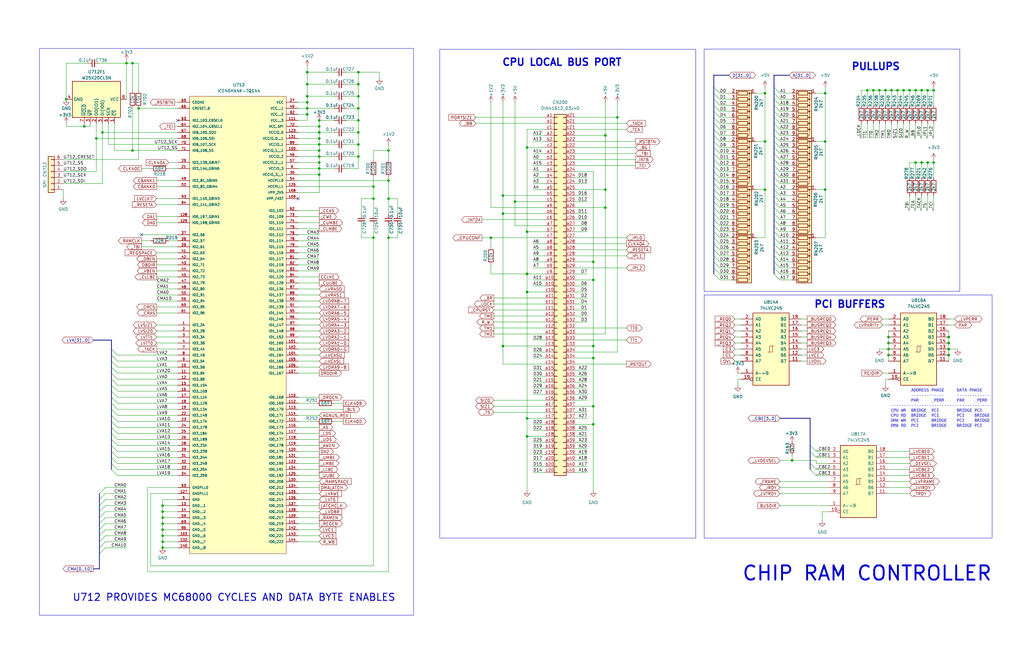
<source format=kicad_sch>
(kicad_sch (version 20231120) (generator "eeschema") (generator_version "8.0")
  (paper "B")
  (title_block (title "AMIGA PCI") (date "2025-05-24") (rev "6.0"))
  (junction (at 255.27 57.15))
  (junction (at 163.83 100.33))
  (junction (at 151.13 30.48))
  (junction (at 250.19 179.07))
  (junction (at 374.65 149.86))
  (junction (at 163.83 76.2))
  (junction (at 400.05 144.78))
  (junction (at 400.05 142.24))
  (junction (at 207.01 100.33))
  (junction (at 134.62 53.34))
  (junction (at 347.98 39.37))
  (junction (at 134.62 58.42))
  (junction (at 151.13 50.8))
  (junction (at 151.13 55.88))
  (junction (at 157.48 83.82))
  (junction (at 250.19 151.13))
  (junction (at 378.46 38.1))
  (junction (at 68.58 223.52))
  (junction (at 222.25 62.23))
  (junction (at 222.25 123.19))
  (junction (at 129.54 43.18))
  (junction (at 368.3 38.1))
  (junction (at 212.09 82.55))
  (junction (at 322.58 80.01))
  (junction (at 322.58 39.37))
  (junction (at 27.94 41.91))
  (junction (at 322.58 59.69))
  (junction (at 365.76 38.1))
  (junction (at 260.35 49.53))
  (junction (at 250.19 110.49))
  (junction (at 134.62 66.04))
  (junction (at 347.98 80.01))
  (junction (at 163.83 83.82))
  (junction (at 129.54 48.26))
  (junction (at 129.54 35.56))
  (junction (at 68.58 220.98))
  (junction (at 212.09 146.05))
  (junction (at 347.98 59.69))
  (junction (at 250.19 171.45))
  (junction (at 134.62 73.66))
  (junction (at 134.62 60.96))
  (junction (at 68.58 231.14))
  (junction (at 334.01 194.31))
  (junction (at 151.13 60.96))
  (junction (at 250.19 118.11))
  (junction (at 391.16 38.1))
  (junction (at 134.62 50.8))
  (junction (at 222.25 97.79))
  (junction (at 370.84 38.1))
  (junction (at 386.08 68.58))
  (junction (at 68.58 213.36))
  (junction (at 157.48 78.74))
  (junction (at 250.19 146.05))
  (junction (at 375.92 38.1))
  (junction (at 53.34 26.67))
  (junction (at 151.13 40.64))
  (junction (at 134.62 55.88))
  (junction (at 222.25 176.53))
  (junction (at 43.18 55.88))
  (junction (at 400.05 149.86))
  (junction (at 255.27 87.63))
  (junction (at 58.42 45.72))
  (junction (at 381 38.1))
  (junction (at 374.65 142.24))
  (junction (at 163.83 63.5))
  (junction (at 388.62 68.58))
  (junction (at 393.7 68.58))
  (junction (at 68.58 228.6))
  (junction (at 222.25 115.57))
  (junction (at 157.48 100.33))
  (junction (at 400.05 147.32))
  (junction (at 374.65 147.32))
  (junction (at 374.65 144.78))
  (junction (at 386.08 38.1))
  (junction (at 393.7 38.1))
  (junction (at 68.58 215.9))
  (junction (at 217.17 85.09))
  (junction (at 151.13 45.72))
  (junction (at 129.54 45.72))
  (junction (at 373.38 38.1))
  (junction (at 151.13 66.04))
  (junction (at 55.88 63.5))
  (junction (at 134.62 68.58))
  (junction (at 55.88 26.67))
  (junction (at 35.56 53.34))
  (junction (at 222.25 184.15))
  (junction (at 129.54 40.64))
  (junction (at 391.16 68.58))
  (junction (at 134.62 71.12))
  (junction (at 388.62 38.1))
  (junction (at 383.54 38.1))
  (junction (at 129.54 30.48))
  (junction (at 68.58 218.44))
  (junction (at 134.62 63.5))
  (junction (at 40.64 58.42))
  (junction (at 151.13 35.56))
  (junction (at 68.58 226.06))
  (junction (at 255.27 80.01))
  (junction (at 212.09 90.17))
  (no_connect (at 74.93 50.8))
  (no_connect (at 59.69 99.06))
  (no_connect (at 125.73 83.82))
  (bus_entry (at 328.93 87.63) (size -2.54 -2.54))
  (bus_entry (at 303.53 118.11) (size -2.54 -2.54))
  (bus_entry (at 328.93 57.15) (size -2.54 -2.54))
  (bus_entry (at 46.99 187.96) (size 2.54 2.54))
  (bus_entry (at 46.99 198.12) (size 2.54 2.54))
  (bus_entry (at 328.93 44.45) (size -2.54 -2.54))
  (bus_entry (at 328.93 110.49) (size -2.54 -2.54))
  (bus_entry (at 303.53 44.45) (size -2.54 -2.54))
  (bus_entry (at 46.99 195.58) (size 2.54 2.54))
  (bus_entry (at 328.93 118.11) (size -2.54 -2.54))
  (bus_entry (at 328.93 49.53) (size -2.54 -2.54))
  (bus_entry (at 328.93 77.47) (size -2.54 -2.54))
  (bus_entry (at 303.53 113.03) (size -2.54 -2.54))
  (bus_entry (at 328.93 100.33) (size -2.54 -2.54))
  (bus_entry (at 303.53 67.31) (size -2.54 -2.54))
  (bus_entry (at 341.63 187.96) (size 2.54 2.54))
  (bus_entry (at 303.53 110.49) (size -2.54 -2.54))
  (bus_entry (at 328.93 97.79) (size -2.54 -2.54))
  (bus_entry (at 303.53 64.77) (size -2.54 -2.54))
  (bus_entry (at 46.99 162.56) (size 2.54 2.54))
  (bus_entry (at 328.93 113.03) (size -2.54 -2.54))
  (bus_entry (at 46.99 177.8) (size 2.54 2.54))
  (bus_entry (at 303.53 41.91) (size -2.54 -2.54))
  (bus_entry (at 303.53 54.61) (size -2.54 -2.54))
  (bus_entry (at 328.93 82.55) (size -2.54 -2.54))
  (bus_entry (at 44.45 210.82) (size -2.54 2.54))
  (bus_entry (at 328.93 59.69) (size -2.54 -2.54))
  (bus_entry (at 328.93 54.61) (size -2.54 -2.54))
  (bus_entry (at 303.53 115.57) (size -2.54 -2.54))
  (bus_entry (at 303.53 105.41) (size -2.54 -2.54))
  (bus_entry (at 46.99 160.02) (size 2.54 2.54))
  (bus_entry (at 303.53 69.85) (size -2.54 -2.54))
  (bus_entry (at 328.93 95.25) (size -2.54 -2.54))
  (bus_entry (at 303.53 62.23) (size -2.54 -2.54))
  (bus_entry (at 46.99 157.48) (size 2.54 2.54))
  (bus_entry (at 328.93 46.99) (size -2.54 -2.54))
  (bus_entry (at 46.99 149.86) (size 2.54 2.54))
  (bus_entry (at 46.99 170.18) (size 2.54 2.54))
  (bus_entry (at 328.93 67.31) (size -2.54 -2.54))
  (bus_entry (at 328.93 80.01) (size -2.54 -2.54))
  (bus_entry (at 303.53 97.79) (size -2.54 -2.54))
  (bus_entry (at 303.53 72.39) (size -2.54 -2.54))
  (bus_entry (at 328.93 52.07) (size -2.54 -2.54))
  (bus_entry (at 303.53 90.17) (size -2.54 -2.54))
  (bus_entry (at 46.99 190.5) (size 2.54 2.54))
  (bus_entry (at 328.93 41.91) (size -2.54 -2.54))
  (bus_entry (at 328.93 74.93) (size -2.54 -2.54))
  (bus_entry (at 303.53 87.63) (size -2.54 -2.54))
  (bus_entry (at 303.53 59.69) (size -2.54 -2.54))
  (bus_entry (at 303.53 102.87) (size -2.54 -2.54))
  (bus_entry (at 303.53 57.15) (size -2.54 -2.54))
  (bus_entry (at 328.93 39.37) (size -2.54 -2.54))
  (bus_entry (at 44.45 231.14) (size -2.54 2.54))
  (bus_entry (at 303.53 82.55) (size -2.54 -2.54))
  (bus_entry (at 46.99 193.04) (size 2.54 2.54))
  (bus_entry (at 44.45 205.74) (size -2.54 2.54))
  (bus_entry (at 46.99 175.26) (size 2.54 2.54))
  (bus_entry (at 46.99 154.94) (size 2.54 2.54))
  (bus_entry (at 44.45 223.52) (size -2.54 2.54))
  (bus_entry (at 328.93 107.95) (size -2.54 -2.54))
  (bus_entry (at 44.45 226.06) (size -2.54 2.54))
  (bus_entry (at 328.93 92.71) (size -2.54 -2.54))
  (bus_entry (at 303.53 80.01) (size -2.54 -2.54))
  (bus_entry (at 44.45 215.9) (size -2.54 2.54))
  (bus_entry (at 303.53 95.25) (size -2.54 -2.54))
  (bus_entry (at 303.53 49.53) (size -2.54 -2.54))
  (bus_entry (at 303.53 100.33) (size -2.54 -2.54))
  (bus_entry (at 328.93 64.77) (size -2.54 -2.54))
  (bus_entry (at 46.99 180.34) (size 2.54 2.54))
  (bus_entry (at 46.99 147.32) (size 2.54 2.54))
  (bus_entry (at 46.99 165.1) (size 2.54 2.54))
  (bus_entry (at 328.93 115.57) (size -2.54 -2.54))
  (bus_entry (at 303.53 107.95) (size -2.54 -2.54))
  (bus_entry (at 303.53 39.37) (size -2.54 -2.54))
  (bus_entry (at 303.53 92.71) (size -2.54 -2.54))
  (bus_entry (at 303.53 74.93) (size -2.54 -2.54))
  (bus_entry (at 341.63 195.58) (size 2.54 2.54))
  (bus_entry (at 44.45 220.98) (size -2.54 2.54))
  (bus_entry (at 341.63 190.5) (size 2.54 2.54))
  (bus_entry (at 328.93 69.85) (size -2.54 -2.54))
  (bus_entry (at 44.45 228.6) (size -2.54 2.54))
  (bus_entry (at 328.93 85.09) (size -2.54 -2.54))
  (bus_entry (at 44.45 208.28) (size -2.54 2.54))
  (bus_entry (at 46.99 167.64) (size 2.54 2.54))
  (bus_entry (at 328.93 105.41) (size -2.54 -2.54))
  (bus_entry (at 44.45 218.44) (size -2.54 2.54))
  (bus_entry (at 46.99 152.4) (size 2.54 2.54))
  (bus_entry (at 303.53 77.47) (size -2.54 -2.54))
  (bus_entry (at 303.53 85.09) (size -2.54 -2.54))
  (bus_entry (at 46.99 182.88) (size 2.54 2.54))
  (bus_entry (at 341.63 198.12) (size 2.54 2.54))
  (bus_entry (at 46.99 172.72) (size 2.54 2.54))
  (bus_entry (at 303.53 46.99) (size -2.54 -2.54))
  (bus_entry (at 328.93 72.39) (size -2.54 -2.54))
  (bus_entry (at 328.93 62.23) (size -2.54 -2.54))
  (bus_entry (at 303.53 52.07) (size -2.54 -2.54))
  (bus_entry (at 328.93 102.87) (size -2.54 -2.54))
  (bus_entry (at 328.93 90.17) (size -2.54 -2.54))
  (bus_entry (at 46.99 185.42) (size 2.54 2.54))
  (bus_entry (at 44.45 213.36) (size -2.54 2.54))
  (wire (pts (xy 368.3 52.07) (xy 368.3 58.42)))
  (wire (pts (xy 242.57 100.33) (xy 264.16 100.33)))
  (wire (pts (xy 53.34 26.67) (xy 41.91 26.67)))
  (wire (pts (xy 129.54 40.64) (xy 129.54 43.18)))
  (wire (pts (xy 146.05 55.88) (xy 151.13 55.88)))
  (wire (pts (xy 334.01 105.41) (xy 328.93 105.41)))
  (wire (pts (xy 224.79 161.29) (xy 229.87 161.29)))
  (wire (pts (xy 247.65 123.19) (xy 242.57 123.19)))
  (wire (pts (xy 212.09 90.17) (xy 212.09 146.05)))
  (bus (pts (xy 326.39 52.07) (xy 326.39 54.61)))
  (wire (pts (xy 308.61 92.71) (xy 303.53 92.71)))
  (wire (pts (xy 308.61 49.53) (xy 303.53 49.53)))
  (wire (pts (xy 74.93 83.82) (xy 66.04 83.82)))
  (wire (pts (xy 134.62 134.62) (xy 125.73 134.62)))
  (wire (pts (xy 224.79 163.83) (xy 229.87 163.83)))
  (wire (pts (xy 134.62 60.96) (xy 134.62 63.5)))
  (wire (pts (xy 49.53 160.02) (xy 74.93 160.02)))
  (wire (pts (xy 62.23 241.3) (xy 163.83 241.3)))
  (wire (pts (xy 53.34 41.91) (xy 53.34 26.67)))
  (wire (pts (xy 151.13 60.96) (xy 151.13 66.04)))
  (wire (pts (xy 55.88 26.67) (xy 53.34 26.67)))
  (wire (pts (xy 62.23 205.74) (xy 74.93 205.74)))
  (wire (pts (xy 224.79 181.61) (xy 229.87 181.61)))
  (bus (pts (xy 300.99 110.49) (xy 300.99 107.95)))
  (wire (pts (xy 68.58 215.9) (xy 74.93 215.9)))
  (wire (pts (xy 74.93 78.74) (xy 66.04 78.74)))
  (wire (pts (xy 374.65 139.7) (xy 374.65 142.24)))
  (bus (pts (xy 300.99 59.69) (xy 300.99 57.15)))
  (wire (pts (xy 66.04 137.16) (xy 74.93 137.16)))
  (wire (pts (xy 134.62 142.24) (xy 125.73 142.24)))
  (wire (pts (xy 134.62 147.32) (xy 125.73 147.32)))
  (wire (pts (xy 388.62 88.9) (xy 388.62 82.55)))
  (wire (pts (xy 378.46 58.42) (xy 378.46 52.07)))
  (wire (pts (xy 207.01 111.76) (xy 207.01 115.57)))
  (wire (pts (xy 309.88 147.32) (xy 312.42 147.32)))
  (wire (pts (xy 224.79 158.75) (xy 229.87 158.75)))
  (wire (pts (xy 207.01 43.18) (xy 207.01 87.63)))
  (wire (pts (xy 74.93 129.54) (xy 66.04 129.54)))
  (wire (pts (xy 125.73 58.42) (xy 134.62 58.42)))
  (wire (pts (xy 224.79 74.93) (xy 229.87 74.93)))
  (wire (pts (xy 157.48 90.17) (xy 157.48 83.82)))
  (bus (pts (xy 300.99 107.95) (xy 300.99 105.41)))
  (wire (pts (xy 49.53 185.42) (xy 74.93 185.42)))
  (wire (pts (xy 58.42 67.31) (xy 58.42 45.72)))
  (wire (pts (xy 308.61 67.31) (xy 303.53 67.31)))
  (wire (pts (xy 27.94 26.67) (xy 36.83 26.67)))
  (wire (pts (xy 163.83 90.17) (xy 163.83 83.82)))
  (wire (pts (xy 347.98 80.01) (xy 347.98 100.33)))
  (wire (pts (xy 125.73 129.54) (xy 134.62 129.54)))
  (wire (pts (xy 125.73 170.18) (xy 133.35 170.18)))
  (wire (pts (xy 74.93 127) (xy 66.04 127)))
  (wire (pts (xy 125.73 226.06) (xy 134.62 226.06)))
  (wire (pts (xy 247.65 95.25) (xy 242.57 95.25)))
  (wire (pts (xy 383.54 208.28) (xy 374.65 208.28)))
  (wire (pts (xy 247.65 168.91) (xy 242.57 168.91)))
  (wire (pts (xy 242.57 171.45) (xy 250.19 171.45)))
  (wire (pts (xy 388.62 38.1) (xy 391.16 38.1)))
  (wire (pts (xy 308.61 82.55) (xy 303.53 82.55)))
  (wire (pts (xy 247.65 97.79) (xy 242.57 97.79)))
  (wire (pts (xy 134.62 127) (xy 125.73 127)))
  (wire (pts (xy 368.3 38.1) (xy 368.3 44.45)))
  (wire (pts (xy 134.62 137.16) (xy 125.73 137.16)))
  (bus (pts (xy 300.99 67.31) (xy 300.99 64.77)))
  (wire (pts (xy 224.79 107.95) (xy 229.87 107.95)))
  (wire (pts (xy 322.58 59.69) (xy 322.58 80.01)))
  (wire (pts (xy 365.76 38.1) (xy 365.76 44.45)))
  (wire (pts (xy 391.16 58.42) (xy 391.16 52.07)))
  (bus (pts (xy 41.91 226.06) (xy 41.91 228.6)))
  (wire (pts (xy 318.77 100.33) (xy 322.58 100.33)))
  (wire (pts (xy 334.01 52.07) (xy 328.93 52.07)))
  (bus (pts (xy 41.91 233.68) (xy 41.91 240.03)))
  (wire (pts (xy 134.62 63.5) (xy 134.62 66.04)))
  (wire (pts (xy 400.05 147.32) (xy 400.05 149.86)))
  (wire (pts (xy 208.28 168.91) (xy 229.87 168.91)))
  (wire (pts (xy 400.05 142.24) (xy 400.05 144.78)))
  (wire (pts (xy 140.97 170.18) (xy 144.78 170.18)))
  (wire (pts (xy 125.73 45.72) (xy 129.54 45.72)))
  (bus (pts (xy 300.99 44.45) (xy 300.99 41.91)))
  (wire (pts (xy 308.61 59.69) (xy 303.53 59.69)))
  (bus (pts (xy 326.39 59.69) (xy 326.39 62.23)))
  (wire (pts (xy 383.54 205.74) (xy 374.65 205.74)))
  (wire (pts (xy 26.67 72.39) (xy 40.64 72.39)))
  (wire (pts (xy 157.48 74.93) (xy 157.48 78.74)))
  (wire (pts (xy 322.58 39.37) (xy 322.58 59.69)))
  (wire (pts (xy 55.88 63.5) (xy 74.93 63.5)))
  (wire (pts (xy 212.09 153.67) (xy 212.09 146.05)))
  (bus (pts (xy 326.39 49.53) (xy 326.39 52.07)))
  (wire (pts (xy 134.62 114.3) (xy 125.73 114.3)))
  (wire (pts (xy 40.64 52.07) (xy 40.64 58.42)))
  (wire (pts (xy 309.88 149.86) (xy 312.42 149.86)))
  (wire (pts (xy 347.98 59.69) (xy 347.98 80.01)))
  (wire (pts (xy 224.79 69.85) (xy 229.87 69.85)))
  (wire (pts (xy 242.57 52.07) (xy 264.16 52.07)))
  (wire (pts (xy 247.65 135.89) (xy 242.57 135.89)))
  (wire (pts (xy 372.11 157.48) (xy 374.65 157.48)))
  (wire (pts (xy 372.11 137.16) (xy 374.65 137.16)))
  (wire (pts (xy 49.53 190.5) (xy 74.93 190.5)))
  (wire (pts (xy 125.73 132.08) (xy 134.62 132.08)))
  (wire (pts (xy 125.73 76.2) (xy 163.83 76.2)))
  (wire (pts (xy 388.62 58.42) (xy 388.62 52.07)))
  (bus (pts (xy 300.99 52.07) (xy 300.99 49.53)))
  (wire (pts (xy 365.76 52.07) (xy 365.76 58.42)))
  (wire (pts (xy 134.62 81.28) (xy 125.73 81.28)))
  (wire (pts (xy 250.19 146.05) (xy 250.19 151.13)))
  (wire (pts (xy 134.62 195.58) (xy 125.73 195.58)))
  (wire (pts (xy 125.73 60.96) (xy 134.62 60.96)))
  (wire (pts (xy 129.54 48.26) (xy 129.54 50.8)))
  (wire (pts (xy 242.57 143.51) (xy 264.16 143.51)))
  (bus (pts (xy 326.39 44.45) (xy 326.39 46.99)))
  (wire (pts (xy 247.65 133.35) (xy 242.57 133.35)))
  (wire (pts (xy 391.16 68.58) (xy 393.7 68.58)))
  (bus (pts (xy 39.37 143.51) (xy 46.99 143.51)))
  (wire (pts (xy 125.73 208.28) (xy 134.62 208.28)))
  (wire (pts (xy 224.79 118.11) (xy 229.87 118.11)))
  (wire (pts (xy 318.77 59.69) (xy 322.58 59.69)))
  (wire (pts (xy 344.17 193.04) (xy 349.25 193.04)))
  (wire (pts (xy 383.54 68.58) (xy 386.08 68.58)))
  (wire (pts (xy 44.45 210.82) (xy 53.34 210.82)))
  (wire (pts (xy 49.53 193.04) (xy 74.93 193.04)))
  (wire (pts (xy 151.13 66.04) (xy 151.13 71.12)))
  (bus (pts (xy 341.63 195.58) (xy 341.63 190.5)))
  (wire (pts (xy 125.73 116.84) (xy 134.62 116.84)))
  (wire (pts (xy 334.01 67.31) (xy 328.93 67.31)))
  (wire (pts (xy 212.09 43.18) (xy 212.09 82.55)))
  (wire (pts (xy 334.01 92.71) (xy 328.93 92.71)))
  (wire (pts (xy 383.54 200.66) (xy 374.65 200.66)))
  (wire (pts (xy 242.57 59.69) (xy 267.97 59.69)))
  (wire (pts (xy 349.25 215.9) (xy 346.71 215.9)))
  (wire (pts (xy 344.17 59.69) (xy 347.98 59.69)))
  (wire (pts (xy 207.01 87.63) (xy 229.87 87.63)))
  (wire (pts (xy 35.56 53.34) (xy 35.56 52.07)))
  (wire (pts (xy 125.73 218.44) (xy 134.62 218.44)))
  (wire (pts (xy 125.73 66.04) (xy 134.62 66.04)))
  (bus (pts (xy 326.39 39.37) (xy 326.39 41.91)))
  (bus (pts (xy 300.99 113.03) (xy 300.99 110.49)))
  (bus (pts (xy 300.99 54.61) (xy 300.99 52.07)))
  (wire (pts (xy 242.57 69.85) (xy 267.97 69.85)))
  (bus (pts (xy 46.99 195.58) (xy 46.99 193.04)))
  (bus (pts (xy 46.99 172.72) (xy 46.99 170.18)))
  (wire (pts (xy 370.84 38.1) (xy 370.84 44.45)))
  (wire (pts (xy 247.65 186.69) (xy 242.57 186.69)))
  (wire (pts (xy 125.73 205.74) (xy 134.62 205.74)))
  (wire (pts (xy 224.79 64.77) (xy 229.87 64.77)))
  (wire (pts (xy 242.57 113.03) (xy 264.16 113.03)))
  (wire (pts (xy 381 58.42) (xy 381 52.07)))
  (wire (pts (xy 217.17 85.09) (xy 217.17 95.25)))
  (wire (pts (xy 134.62 198.12) (xy 125.73 198.12)))
  (wire (pts (xy 400.05 147.32) (xy 403.86 147.32)))
  (wire (pts (xy 247.65 115.57) (xy 242.57 115.57)))
  (wire (pts (xy 386.08 58.42) (xy 386.08 52.07)))
  (wire (pts (xy 134.62 203.2) (xy 125.73 203.2)))
  (bus (pts (xy 46.99 149.86) (xy 46.99 147.32)))
  (bus (pts (xy 326.39 67.31) (xy 326.39 69.85)))
  (wire (pts (xy 134.62 193.04) (xy 125.73 193.04)))
  (wire (pts (xy 400.05 149.86) (xy 400.05 152.4)))
  (wire (pts (xy 322.58 39.37) (xy 318.77 39.37)))
  (wire (pts (xy 222.25 62.23) (xy 222.25 97.79)))
  (wire (pts (xy 334.01 62.23) (xy 328.93 62.23)))
  (wire (pts (xy 308.61 102.87) (xy 303.53 102.87)))
  (wire (pts (xy 224.79 113.03) (xy 229.87 113.03)))
  (wire (pts (xy 247.65 130.81) (xy 242.57 130.81)))
  (wire (pts (xy 58.42 45.72) (xy 74.93 45.72)))
  (bus (pts (xy 300.99 74.93) (xy 300.99 72.39)))
  (wire (pts (xy 222.25 176.53) (xy 229.87 176.53)))
  (wire (pts (xy 309.88 134.62) (xy 312.42 134.62)))
  (wire (pts (xy 340.36 144.78) (xy 337.82 144.78)))
  (wire (pts (xy 222.25 176.53) (xy 222.25 184.15)))
  (wire (pts (xy 134.62 71.12) (xy 140.97 71.12)))
  (wire (pts (xy 402.59 134.62) (xy 400.05 134.62)))
  (wire (pts (xy 381 38.1) (xy 383.54 38.1)))
  (wire (pts (xy 383.54 88.9) (xy 383.54 82.55)))
  (wire (pts (xy 74.93 142.24) (xy 66.04 142.24)))
  (wire (pts (xy 334.01 57.15) (xy 328.93 57.15)))
  (wire (pts (xy 242.57 49.53) (xy 260.35 49.53)))
  (wire (pts (xy 68.58 215.9) (xy 68.58 218.44)))
  (wire (pts (xy 44.45 228.6) (xy 53.34 228.6)))
  (wire (pts (xy 134.62 68.58) (xy 134.62 71.12)))
  (wire (pts (xy 222.25 115.57) (xy 222.25 123.19)))
  (bus (pts (xy 46.99 175.26) (xy 46.99 172.72)))
  (wire (pts (xy 247.65 82.55) (xy 242.57 82.55)))
  (wire (pts (xy 242.57 62.23) (xy 267.97 62.23)))
  (wire (pts (xy 378.46 38.1) (xy 378.46 44.45)))
  (bus (pts (xy 341.63 187.96) (xy 341.63 176.53)))
  (wire (pts (xy 334.01 74.93) (xy 328.93 74.93)))
  (wire (pts (xy 125.73 68.58) (xy 134.62 68.58)))
  (wire (pts (xy 224.79 186.69) (xy 229.87 186.69)))
  (bus (pts (xy 300.99 77.47) (xy 300.99 74.93)))
  (wire (pts (xy 334.01 90.17) (xy 328.93 90.17)))
  (wire (pts (xy 134.62 167.64) (xy 125.73 167.64)))
  (wire (pts (xy 224.79 59.69) (xy 229.87 59.69)))
  (wire (pts (xy 125.73 101.6) (xy 134.62 101.6)))
  (bus (pts (xy 300.99 102.87) (xy 300.99 100.33)))
  (bus (pts (xy 46.99 170.18) (xy 46.99 167.64)))
  (wire (pts (xy 125.73 172.72) (xy 144.78 172.72)))
  (wire (pts (xy 224.79 67.31) (xy 229.87 67.31)))
  (wire (pts (xy 222.25 62.23) (xy 229.87 62.23)))
  (wire (pts (xy 49.53 175.26) (xy 74.93 175.26)))
  (wire (pts (xy 308.61 57.15) (xy 303.53 57.15)))
  (wire (pts (xy 151.13 35.56) (xy 151.13 30.48)))
  (wire (pts (xy 222.25 184.15) (xy 229.87 184.15)))
  (wire (pts (xy 125.73 139.7) (xy 134.62 139.7)))
  (wire (pts (xy 224.79 191.77) (xy 229.87 191.77)))
  (wire (pts (xy 43.18 55.88) (xy 74.93 55.88)))
  (wire (pts (xy 129.54 27.94) (xy 129.54 30.48)))
  (bus (pts (xy 341.63 176.53) (xy 328.93 176.53)))
  (wire (pts (xy 309.88 137.16) (xy 312.42 137.16)))
  (bus (pts (xy 326.39 64.77) (xy 326.39 67.31)))
  (wire (pts (xy 242.57 151.13) (xy 250.19 151.13)))
  (wire (pts (xy 309.88 142.24) (xy 312.42 142.24)))
  (wire (pts (xy 247.65 92.71) (xy 242.57 92.71)))
  (wire (pts (xy 74.93 116.84) (xy 66.04 116.84)))
  (wire (pts (xy 66.04 147.32) (xy 74.93 147.32)))
  (wire (pts (xy 45.72 60.96) (xy 45.72 52.07)))
  (wire (pts (xy 334.01 72.39) (xy 328.93 72.39)))
  (wire (pts (xy 247.65 120.65) (xy 242.57 120.65)))
  (bus (pts (xy 46.99 190.5) (xy 46.99 187.96)))
  (wire (pts (xy 386.08 88.9) (xy 386.08 82.55)))
  (wire (pts (xy 129.54 43.18) (xy 129.54 45.72)))
  (wire (pts (xy 375.92 52.07) (xy 375.92 58.42)))
  (bus (pts (xy 46.99 147.32) (xy 46.99 143.51)))
  (wire (pts (xy 247.65 163.83) (xy 242.57 163.83)))
  (wire (pts (xy 311.15 160.02) (xy 311.15 162.56)))
  (bus (pts (xy 46.99 162.56) (xy 46.99 160.02)))
  (wire (pts (xy 334.01 113.03) (xy 328.93 113.03)))
  (wire (pts (xy 363.22 38.1) (xy 365.76 38.1)))
  (wire (pts (xy 340.36 134.62) (xy 337.82 134.62)))
  (wire (pts (xy 260.35 49.53) (xy 260.35 148.59)))
  (bus (pts (xy 326.39 74.93) (xy 326.39 77.47)))
  (wire (pts (xy 334.01 54.61) (xy 328.93 54.61)))
  (wire (pts (xy 208.28 171.45) (xy 229.87 171.45)))
  (wire (pts (xy 68.58 213.36) (xy 74.93 213.36)))
  (wire (pts (xy 146.05 35.56) (xy 151.13 35.56)))
  (bus (pts (xy 41.91 223.52) (xy 41.91 226.06)))
  (wire (pts (xy 229.87 95.25) (xy 217.17 95.25)))
  (wire (pts (xy 322.58 36.83) (xy 322.58 39.37)))
  (wire (pts (xy 247.65 176.53) (xy 242.57 176.53)))
  (wire (pts (xy 59.69 101.6) (xy 63.5 101.6)))
  (wire (pts (xy 203.2 100.33) (xy 207.01 100.33)))
  (bus (pts (xy 326.39 62.23) (xy 326.39 64.77)))
  (wire (pts (xy 308.61 54.61) (xy 303.53 54.61)))
  (wire (pts (xy 125.73 106.68) (xy 134.62 106.68)))
  (wire (pts (xy 308.61 87.63) (xy 303.53 87.63)))
  (bus (pts (xy 326.39 102.87) (xy 326.39 105.41)))
  (bus (pts (xy 41.91 215.9) (xy 41.91 218.44)))
  (wire (pts (xy 224.79 199.39) (xy 229.87 199.39)))
  (wire (pts (xy 35.56 53.34) (xy 38.1 53.34)))
  (wire (pts (xy 125.73 152.4) (xy 134.62 152.4)))
  (bus (pts (xy 300.99 69.85) (xy 300.99 67.31)))
  (wire (pts (xy 224.79 105.41) (xy 229.87 105.41)))
  (wire (pts (xy 152.4 100.33) (xy 157.48 100.33)))
  (wire (pts (xy 224.79 143.51) (xy 229.87 143.51)))
  (wire (pts (xy 308.61 41.91) (xy 303.53 41.91)))
  (wire (pts (xy 68.58 223.52) (xy 74.93 223.52)))
  (bus (pts (xy 41.91 220.98) (xy 41.91 223.52)))
  (wire (pts (xy 247.65 189.23) (xy 242.57 189.23)))
  (wire (pts (xy 44.45 215.9) (xy 53.34 215.9)))
  (bus (pts (xy 41.91 210.82) (xy 41.91 213.36)))
  (bus (pts (xy 41.91 218.44) (xy 41.91 220.98)))
  (wire (pts (xy 134.62 228.6) (xy 125.73 228.6)))
  (wire (pts (xy 74.93 76.2) (xy 66.04 76.2)))
  (wire (pts (xy 27.94 53.34) (xy 27.94 52.07)))
  (wire (pts (xy 308.61 118.11) (xy 303.53 118.11)))
  (wire (pts (xy 49.53 154.94) (xy 74.93 154.94)))
  (wire (pts (xy 388.62 74.93) (xy 388.62 68.58)))
  (wire (pts (xy 334.01 110.49) (xy 328.93 110.49)))
  (wire (pts (xy 334.01 115.57) (xy 328.93 115.57)))
  (wire (pts (xy 308.61 52.07) (xy 303.53 52.07)))
  (bus (pts (xy 41.91 240.03) (xy 39.37 240.03)))
  (wire (pts (xy 129.54 45.72) (xy 140.97 45.72)))
  (wire (pts (xy 340.36 139.7) (xy 337.82 139.7)))
  (wire (pts (xy 125.73 124.46) (xy 134.62 124.46)))
  (wire (pts (xy 309.88 152.4) (xy 312.42 152.4)))
  (bus (pts (xy 300.99 87.63) (xy 300.99 85.09)))
  (wire (pts (xy 222.25 54.61) (xy 222.25 62.23)))
  (wire (pts (xy 247.65 85.09) (xy 242.57 85.09)))
  (wire (pts (xy 49.53 200.66) (xy 74.93 200.66)))
  (wire (pts (xy 308.61 69.85) (xy 303.53 69.85)))
  (wire (pts (xy 247.65 74.93) (xy 242.57 74.93)))
  (wire (pts (xy 74.93 114.3) (xy 66.04 114.3)))
  (wire (pts (xy 68.58 218.44) (xy 74.93 218.44)))
  (wire (pts (xy 44.45 208.28) (xy 53.34 208.28)))
  (wire (pts (xy 134.62 119.38) (xy 125.73 119.38)))
  (bus (pts (xy 46.99 187.96) (xy 46.99 185.42)))
  (wire (pts (xy 247.65 173.99) (xy 242.57 173.99)))
  (wire (pts (xy 309.88 144.78) (xy 312.42 144.78)))
  (wire (pts (xy 74.93 93.98) (xy 66.04 93.98)))
  (wire (pts (xy 224.79 110.49) (xy 229.87 110.49)))
  (wire (pts (xy 49.53 157.48) (xy 74.93 157.48)))
  (bus (pts (xy 326.39 100.33) (xy 326.39 102.87)))
  (wire (pts (xy 134.62 71.12) (xy 134.62 73.66)))
  (wire (pts (xy 134.62 66.04) (xy 140.97 66.04)))
  (wire (pts (xy 129.54 30.48) (xy 129.54 35.56)))
  (bus (pts (xy 326.39 110.49) (xy 326.39 113.03)))
  (wire (pts (xy 383.54 195.58) (xy 374.65 195.58)))
  (wire (pts (xy 68.58 220.98) (xy 74.93 220.98)))
  (wire (pts (xy 74.93 91.44) (xy 66.04 91.44)))
  (wire (pts (xy 222.25 97.79) (xy 222.25 115.57)))
  (bus (pts (xy 300.99 31.75) (xy 307.34 31.75)))
  (wire (pts (xy 255.27 57.15) (xy 255.27 80.01)))
  (wire (pts (xy 66.04 121.92) (xy 74.93 121.92)))
  (wire (pts (xy 255.27 43.18) (xy 255.27 57.15)))
  (wire (pts (xy 347.98 80.01) (xy 344.17 80.01)))
  (wire (pts (xy 308.61 100.33) (xy 303.53 100.33)))
  (wire (pts (xy 44.45 205.74) (xy 53.34 205.74)))
  (wire (pts (xy 208.28 130.81) (xy 229.87 130.81)))
  (wire (pts (xy 224.79 166.37) (xy 229.87 166.37)))
  (wire (pts (xy 68.58 226.06) (xy 74.93 226.06)))
  (wire (pts (xy 242.57 64.77) (xy 267.97 64.77)))
  (wire (pts (xy 247.65 196.85) (xy 242.57 196.85)))
  (wire (pts (xy 68.58 223.52) (xy 68.58 226.06)))
  (wire (pts (xy 146.05 45.72) (xy 151.13 45.72)))
  (bus (pts (xy 300.99 41.91) (xy 300.99 39.37)))
  (wire (pts (xy 44.45 231.14) (xy 53.34 231.14)))
  (wire (pts (xy 49.53 198.12) (xy 74.93 198.12)))
  (wire (pts (xy 40.64 72.39) (xy 40.64 58.42)))
  (bus (pts (xy 326.39 54.61) (xy 326.39 57.15)))
  (wire (pts (xy 334.01 194.31) (xy 344.17 194.31)))
  (bus (pts (xy 326.39 69.85) (xy 326.39 72.39)))
  (bus (pts (xy 326.39 57.15) (xy 326.39 59.69)))
  (wire (pts (xy 146.05 66.04) (xy 151.13 66.04)))
  (wire (pts (xy 125.73 177.8) (xy 133.35 177.8)))
  (bus (pts (xy 326.39 82.55) (xy 326.39 85.09)))
  (wire (pts (xy 334.01 64.77) (xy 328.93 64.77)))
  (wire (pts (xy 49.53 187.96) (xy 74.93 187.96)))
  (wire (pts (xy 66.04 144.78) (xy 74.93 144.78)))
  (wire (pts (xy 66.04 119.38) (xy 74.93 119.38)))
  (wire (pts (xy 224.79 72.39) (xy 229.87 72.39)))
  (wire (pts (xy 125.73 93.98) (xy 134.62 93.98)))
  (wire (pts (xy 308.61 44.45) (xy 303.53 44.45)))
  (wire (pts (xy 208.28 133.35) (xy 229.87 133.35)))
  (bus (pts (xy 326.39 46.99) (xy 326.39 49.53)))
  (bus (pts (xy 41.91 208.28) (xy 41.91 210.82)))
  (wire (pts (xy 247.65 128.27) (xy 242.57 128.27)))
  (wire (pts (xy 328.93 194.31) (xy 334.01 194.31)))
  (bus (pts (xy 46.99 154.94) (xy 46.99 152.4)))
  (wire (pts (xy 71.12 101.6) (xy 74.93 101.6)))
  (wire (pts (xy 334.01 80.01) (xy 328.93 80.01)))
  (wire (pts (xy 63.5 71.12) (xy 59.69 71.12)))
  (wire (pts (xy 66.04 111.76) (xy 74.93 111.76)))
  (wire (pts (xy 68.58 226.06) (xy 68.58 228.6)))
  (wire (pts (xy 309.88 139.7) (xy 312.42 139.7)))
  (wire (pts (xy 55.88 45.72) (xy 55.88 63.5)))
  (wire (pts (xy 125.73 213.36) (xy 134.62 213.36)))
  (wire (pts (xy 383.54 190.5) (xy 374.65 190.5)))
  (bus (pts (xy 46.99 167.64) (xy 46.99 165.1)))
  (wire (pts (xy 151.13 30.48) (xy 146.05 30.48)))
  (wire (pts (xy 125.73 210.82) (xy 134.62 210.82)))
  (wire (pts (xy 378.46 38.1) (xy 381 38.1)))
  (wire (pts (xy 48.26 63.5) (xy 48.26 52.07)))
  (wire (pts (xy 146.05 40.64) (xy 151.13 40.64)))
  (wire (pts (xy 308.61 62.23) (xy 303.53 62.23)))
  (wire (pts (xy 129.54 30.48) (xy 140.97 30.48)))
  (wire (pts (xy 308.61 115.57) (xy 303.53 115.57)))
  (wire (pts (xy 134.62 55.88) (xy 134.62 58.42)))
  (wire (pts (xy 349.25 195.58) (xy 344.17 195.58)))
  (wire (pts (xy 346.71 215.9) (xy 346.71 219.71)))
  (wire (pts (xy 242.57 118.11) (xy 250.19 118.11)))
  (wire (pts (xy 49.53 172.72) (xy 74.93 172.72)))
  (wire (pts (xy 157.48 78.74) (xy 157.48 83.82)))
  (wire (pts (xy 134.62 73.66) (xy 134.62 81.28)))
  (wire (pts (xy 134.62 50.8) (xy 134.62 53.34)))
  (wire (pts (xy 73.66 53.34) (xy 74.93 53.34)))
  (wire (pts (xy 49.53 162.56) (xy 74.93 162.56)))
  (wire (pts (xy 26.67 77.47) (xy 43.18 77.47)))
  (bus (pts (xy 300.99 57.15) (xy 300.99 54.61)))
  (wire (pts (xy 151.13 45.72) (xy 151.13 40.64)))
  (bus (pts (xy 300.99 49.53) (xy 300.99 46.99)))
  (wire (pts (xy 368.3 38.1) (xy 370.84 38.1)))
  (wire (pts (xy 74.93 104.14) (xy 59.69 104.14)))
  (wire (pts (xy 322.58 80.01) (xy 322.58 100.33)))
  (wire (pts (xy 308.61 80.01) (xy 303.53 80.01)))
  (wire (pts (xy 151.13 40.64) (xy 151.13 35.56)))
  (wire (pts (xy 68.58 210.82) (xy 68.58 213.36)))
  (wire (pts (xy 134.62 50.8) (xy 140.97 50.8)))
  (wire (pts (xy 383.54 38.1) (xy 386.08 38.1)))
  (wire (pts (xy 74.93 68.58) (xy 71.12 68.58)))
  (wire (pts (xy 224.79 151.13) (xy 229.87 151.13)))
  (wire (pts (xy 373.38 160.02) (xy 373.38 162.56)))
  (wire (pts (xy 152.4 90.17) (xy 152.4 83.82)))
  (wire (pts (xy 386.08 38.1) (xy 388.62 38.1)))
  (wire (pts (xy 26.67 67.31) (xy 58.42 67.31)))
  (wire (pts (xy 134.62 66.04) (xy 134.62 68.58)))
  (bus (pts (xy 326.39 31.75) (xy 332.74 31.75)))
  (wire (pts (xy 129.54 35.56) (xy 140.97 35.56)))
  (bus (pts (xy 46.99 160.02) (xy 46.99 157.48)))
  (wire (pts (xy 224.79 120.65) (xy 229.87 120.65)))
  (wire (pts (xy 163.83 74.93) (xy 163.83 76.2)))
  (wire (pts (xy 247.65 194.31) (xy 242.57 194.31)))
  (wire (pts (xy 400.05 139.7) (xy 400.05 142.24)))
  (wire (pts (xy 383.54 58.42) (xy 383.54 52.07)))
  (wire (pts (xy 125.73 73.66) (xy 134.62 73.66)))
  (wire (pts (xy 334.01 102.87) (xy 328.93 102.87)))
  (wire (pts (xy 344.17 100.33) (xy 347.98 100.33)))
  (bus (pts (xy 326.39 113.03) (xy 326.39 115.57)))
  (bus (pts (xy 300.99 90.17) (xy 300.99 87.63)))
  (wire (pts (xy 334.01 107.95) (xy 328.93 107.95)))
  (wire (pts (xy 224.79 102.87) (xy 229.87 102.87)))
  (wire (pts (xy 151.13 50.8) (xy 151.13 45.72)))
  (wire (pts (xy 208.28 140.97) (xy 229.87 140.97)))
  (wire (pts (xy 44.45 226.06) (xy 53.34 226.06)))
  (bus (pts (xy 46.99 182.88) (xy 46.99 180.34)))
  (wire (pts (xy 393.7 44.45) (xy 393.7 38.1)))
  (wire (pts (xy 242.57 54.61) (xy 264.16 54.61)))
  (wire (pts (xy 340.36 149.86) (xy 337.82 149.86)))
  (wire (pts (xy 134.62 53.34) (xy 134.62 55.88)))
  (wire (pts (xy 58.42 38.1) (xy 58.42 26.67)))
  (wire (pts (xy 308.61 95.25) (xy 303.53 95.25)))
  (wire (pts (xy 250.19 179.07) (xy 250.19 207.01)))
  (wire (pts (xy 49.53 165.1) (xy 74.93 165.1)))
  (wire (pts (xy 68.58 228.6) (xy 74.93 228.6)))
  (wire (pts (xy 393.7 67.31) (xy 393.7 68.58)))
  (wire (pts (xy 347.98 36.83) (xy 347.98 39.37)))
  (wire (pts (xy 334.01 69.85) (xy 328.93 69.85)))
  (wire (pts (xy 386.08 68.58) (xy 386.08 74.93)))
  (wire (pts (xy 66.04 139.7) (xy 74.93 139.7)))
  (wire (pts (xy 49.53 152.4) (xy 74.93 152.4)))
  (wire (pts (xy 334.01 39.37) (xy 328.93 39.37)))
  (wire (pts (xy 212.09 82.55) (xy 212.09 90.17)))
  (wire (pts (xy 334.01 82.55) (xy 328.93 82.55)))
  (bus (pts (xy 326.39 90.17) (xy 326.39 92.71)))
  (wire (pts (xy 383.54 68.58) (xy 383.54 74.93)))
  (wire (pts (xy 312.42 157.48) (xy 311.15 157.48)))
  (wire (pts (xy 68.58 220.98) (xy 68.58 223.52)))
  (wire (pts (xy 146.05 50.8) (xy 151.13 50.8)))
  (bus (pts (xy 326.39 85.09) (xy 326.39 87.63)))
  (wire (pts (xy 224.79 179.07) (xy 229.87 179.07)))
  (wire (pts (xy 402.59 137.16) (xy 400.05 137.16)))
  (wire (pts (xy 125.73 99.06) (xy 134.62 99.06)))
  (wire (pts (xy 242.57 105.41) (xy 264.16 105.41)))
  (bus (pts (xy 300.99 92.71) (xy 300.99 90.17)))
  (wire (pts (xy 247.65 199.39) (xy 242.57 199.39)))
  (wire (pts (xy 334.01 97.79) (xy 328.93 97.79)))
  (wire (pts (xy 374.65 144.78) (xy 374.65 147.32)))
  (wire (pts (xy 134.62 60.96) (xy 140.97 60.96)))
  (bus (pts (xy 41.91 228.6) (xy 41.91 231.14)))
  (wire (pts (xy 308.61 105.41) (xy 303.53 105.41)))
  (wire (pts (xy 125.73 223.52) (xy 134.62 223.52)))
  (wire (pts (xy 224.79 148.59) (xy 229.87 148.59)))
  (wire (pts (xy 207.01 115.57) (xy 222.25 115.57)))
  (wire (pts (xy 247.65 156.21) (xy 242.57 156.21)))
  (wire (pts (xy 363.22 52.07) (xy 363.22 58.42)))
  (wire (pts (xy 247.65 184.15) (xy 242.57 184.15)))
  (wire (pts (xy 27.94 53.34) (xy 35.56 53.34)))
  (wire (pts (xy 247.65 166.37) (xy 242.57 166.37)))
  (bus (pts (xy 300.99 85.09) (xy 300.99 82.55)))
  (wire (pts (xy 365.76 38.1) (xy 368.3 38.1)))
  (wire (pts (xy 224.79 196.85) (xy 229.87 196.85)))
  (wire (pts (xy 157.48 63.5) (xy 157.48 67.31)))
  (wire (pts (xy 373.38 38.1) (xy 373.38 44.45)))
  (wire (pts (xy 322.58 80.01) (xy 318.77 80.01)))
  (wire (pts (xy 208.28 128.27) (xy 229.87 128.27)))
  (wire (pts (xy 134.62 200.66) (xy 125.73 200.66)))
  (wire (pts (xy 144.78 177.8) (xy 140.97 177.8)))
  (wire (pts (xy 334.01 41.91) (xy 328.93 41.91)))
  (wire (pts (xy 242.57 57.15) (xy 255.27 57.15)))
  (bus (pts (xy 326.39 105.41) (xy 326.39 107.95)))
  (wire (pts (xy 38.1 53.34) (xy 38.1 52.07)))
  (wire (pts (xy 247.65 90.17) (xy 242.57 90.17)))
  (wire (pts (xy 160.02 30.48) (xy 151.13 30.48)))
  (wire (pts (xy 344.17 198.12) (xy 349.25 198.12)))
  (wire (pts (xy 383.54 38.1) (xy 383.54 44.45)))
  (bus (pts (xy 41.91 213.36) (xy 41.91 215.9)))
  (wire (pts (xy 383.54 198.12) (xy 374.65 198.12)))
  (wire (pts (xy 328.93 208.28) (xy 349.25 208.28)))
  (wire (pts (xy 334.01 85.09) (xy 328.93 85.09)))
  (wire (pts (xy 66.04 109.22) (xy 74.93 109.22)))
  (wire (pts (xy 250.19 72.39) (xy 250.19 110.49)))
  (wire (pts (xy 250.19 118.11) (xy 250.19 146.05)))
  (bus (pts (xy 46.99 152.4) (xy 46.99 149.86)))
  (wire (pts (xy 222.25 123.19) (xy 222.25 176.53)))
  (bus (pts (xy 326.39 31.75) (xy 326.39 36.83)))
  (wire (pts (xy 68.58 210.82) (xy 74.93 210.82)))
  (wire (pts (xy 242.57 72.39) (xy 250.19 72.39)))
  (wire (pts (xy 334.01 49.53) (xy 328.93 49.53)))
  (wire (pts (xy 125.73 71.12) (xy 134.62 71.12)))
  (wire (pts (xy 125.73 215.9) (xy 134.62 215.9)))
  (wire (pts (xy 203.2 92.71) (xy 229.87 92.71)))
  (wire (pts (xy 334.01 59.69) (xy 328.93 59.69)))
  (wire (pts (xy 247.65 77.47) (xy 242.57 77.47)))
  (wire (pts (xy 49.53 167.64) (xy 74.93 167.64)))
  (wire (pts (xy 224.79 189.23) (xy 229.87 189.23)))
  (wire (pts (xy 134.62 58.42) (xy 134.62 60.96)))
  (wire (pts (xy 308.61 39.37) (xy 303.53 39.37)))
  (wire (pts (xy 391.16 68.58) (xy 391.16 74.93)))
  (wire (pts (xy 255.27 140.97) (xy 242.57 140.97)))
  (wire (pts (xy 45.72 60.96) (xy 74.93 60.96)))
  (wire (pts (xy 134.62 175.26) (xy 125.73 175.26)))
  (bus (pts (xy 46.99 177.8) (xy 46.99 175.26)))
  (wire (pts (xy 163.83 241.3) (xy 163.83 100.33)))
  (wire (pts (xy 212.09 146.05) (xy 229.87 146.05)))
  (wire (pts (xy 125.73 50.8) (xy 129.54 50.8)))
  (wire (pts (xy 328.93 205.74) (xy 349.25 205.74)))
  (bus (pts (xy 46.99 193.04) (xy 46.99 190.5)))
  (bus (pts (xy 46.99 165.1) (xy 46.99 162.56)))
  (wire (pts (xy 125.73 104.14) (xy 134.62 104.14)))
  (wire (pts (xy 125.73 144.78) (xy 134.62 144.78)))
  (wire (pts (xy 163.83 83.82) (xy 167.64 83.82)))
  (wire (pts (xy 63.5 208.28) (xy 74.93 208.28)))
  (bus (pts (xy 341.63 198.12) (xy 341.63 195.58)))
  (bus (pts (xy 300.99 115.57) (xy 300.99 113.03)))
  (wire (pts (xy 125.73 154.94) (xy 134.62 154.94)))
  (wire (pts (xy 151.13 50.8) (xy 151.13 55.88)))
  (wire (pts (xy 229.87 153.67) (xy 212.09 153.67)))
  (wire (pts (xy 391.16 38.1) (xy 391.16 44.45)))
  (wire (pts (xy 43.18 77.47) (xy 43.18 55.88)))
  (wire (pts (xy 157.48 100.33) (xy 157.48 238.76)))
  (wire (pts (xy 134.62 185.42) (xy 125.73 185.42)))
  (wire (pts (xy 250.19 151.13) (xy 250.19 171.45)))
  (bus (pts (xy 300.99 36.83) (xy 300.99 31.75)))
  (wire (pts (xy 372.11 134.62) (xy 374.65 134.62)))
  (wire (pts (xy 308.61 113.03) (xy 303.53 113.03)))
  (wire (pts (xy 308.61 74.93) (xy 303.53 74.93)))
  (wire (pts (xy 308.61 72.39) (xy 303.53 72.39)))
  (wire (pts (xy 68.58 231.14) (xy 74.93 231.14)))
  (wire (pts (xy 125.73 157.48) (xy 134.62 157.48)))
  (wire (pts (xy 247.65 125.73) (xy 242.57 125.73)))
  (wire (pts (xy 224.79 77.47) (xy 229.87 77.47)))
  (wire (pts (xy 125.73 109.22) (xy 134.62 109.22)))
  (wire (pts (xy 334.01 77.47) (xy 328.93 77.47)))
  (wire (pts (xy 55.88 26.67) (xy 55.88 38.1)))
  (wire (pts (xy 393.7 82.55) (xy 393.7 88.9)))
  (wire (pts (xy 224.79 80.01) (xy 229.87 80.01)))
  (wire (pts (xy 391.16 88.9) (xy 391.16 82.55)))
  (bus (pts (xy 46.99 157.48) (xy 46.99 154.94)))
  (bus (pts (xy 326.39 77.47) (xy 326.39 80.01)))
  (bus (pts (xy 41.91 231.14) (xy 41.91 233.68)))
  (wire (pts (xy 49.53 195.58) (xy 74.93 195.58)))
  (wire (pts (xy 308.61 46.99) (xy 303.53 46.99)))
  (wire (pts (xy 68.58 228.6) (xy 68.58 231.14)))
  (wire (pts (xy 53.34 26.67) (xy 53.34 25.4)))
  (wire (pts (xy 224.79 194.31) (xy 229.87 194.31)))
  (wire (pts (xy 134.62 55.88) (xy 140.97 55.88)))
  (wire (pts (xy 48.26 63.5) (xy 55.88 63.5)))
  (wire (pts (xy 49.53 180.34) (xy 74.93 180.34)))
  (wire (pts (xy 68.58 213.36) (xy 68.58 215.9)))
  (bus (pts (xy 326.39 72.39) (xy 326.39 74.93)))
  (wire (pts (xy 134.62 121.92) (xy 125.73 121.92)))
  (wire (pts (xy 242.57 67.31) (xy 267.97 67.31)))
  (wire (pts (xy 334.01 118.11) (xy 328.93 118.11)))
  (wire (pts (xy 247.65 161.29) (xy 242.57 161.29)))
  (wire (pts (xy 308.61 64.77) (xy 303.53 64.77)))
  (wire (pts (xy 242.57 87.63) (xy 255.27 87.63)))
  (wire (pts (xy 62.23 205.74) (xy 62.23 241.3)))
  (wire (pts (xy 59.69 99.06) (xy 74.93 99.06)))
  (wire (pts (xy 125.73 43.18) (xy 129.54 43.18)))
  (wire (pts (xy 242.57 107.95) (xy 264.16 107.95)))
  (wire (pts (xy 74.93 71.12) (xy 71.12 71.12)))
  (wire (pts (xy 208.28 173.99) (xy 229.87 173.99)))
  (wire (pts (xy 347.98 39.37) (xy 347.98 59.69)))
  (wire (pts (xy 40.64 58.42) (xy 74.93 58.42)))
  (wire (pts (xy 250.19 110.49) (xy 250.19 118.11)))
  (wire (pts (xy 63.5 238.76) (xy 63.5 208.28)))
  (bus (pts (xy 300.99 39.37) (xy 300.99 36.83)))
  (bus (pts (xy 326.39 95.25) (xy 326.39 97.79)))
  (wire (pts (xy 334.01 46.99) (xy 328.93 46.99)))
  (wire (pts (xy 207.01 104.14) (xy 207.01 100.33)))
  (bus (pts (xy 326.39 92.71) (xy 326.39 95.25)))
  (bus (pts (xy 341.63 190.5) (xy 341.63 187.96)))
  (wire (pts (xy 344.17 195.58) (xy 344.17 194.31)))
  (wire (pts (xy 134.62 149.86) (xy 125.73 149.86)))
  (wire (pts (xy 242.57 80.01) (xy 255.27 80.01)))
  (wire (pts (xy 308.61 110.49) (xy 303.53 110.49)))
  (wire (pts (xy 55.88 26.67) (xy 58.42 26.67)))
  (wire (pts (xy 125.73 111.76) (xy 134.62 111.76)))
  (wire (pts (xy 217.17 43.18) (xy 217.17 85.09)))
  (wire (pts (xy 334.01 95.25) (xy 328.93 95.25)))
  (wire (pts (xy 334.01 191.77) (xy 334.01 194.31)))
  (wire (pts (xy 222.25 54.61) (xy 229.87 54.61)))
  (wire (pts (xy 49.53 170.18) (xy 74.93 170.18)))
  (wire (pts (xy 374.65 147.32) (xy 370.84 147.32)))
  (wire (pts (xy 134.62 187.96) (xy 125.73 187.96)))
  (bus (pts (xy 300.99 62.23) (xy 300.99 59.69)))
  (wire (pts (xy 167.64 83.82) (xy 167.64 90.17)))
  (wire (pts (xy 68.58 218.44) (xy 68.58 220.98)))
  (wire (pts (xy 373.38 52.07) (xy 373.38 58.42)))
  (wire (pts (xy 49.53 177.8) (xy 74.93 177.8)))
  (wire (pts (xy 163.83 67.31) (xy 163.83 63.5)))
  (wire (pts (xy 340.36 142.24) (xy 337.82 142.24)))
  (wire (pts (xy 44.45 223.52) (xy 53.34 223.52)))
  (wire (pts (xy 125.73 55.88) (xy 134.62 55.88)))
  (wire (pts (xy 374.65 142.24) (xy 374.65 144.78)))
  (wire (pts (xy 374.65 149.86) (xy 374.65 152.4)))
  (wire (pts (xy 344.17 200.66) (xy 349.25 200.66)))
  (wire (pts (xy 125.73 63.5) (xy 134.62 63.5)))
  (wire (pts (xy 129.54 40.64) (xy 140.97 40.64)))
  (wire (pts (xy 383.54 203.2) (xy 374.65 203.2)))
  (wire (pts (xy 134.62 180.34) (xy 125.73 180.34)))
  (wire (pts (xy 152.4 83.82) (xy 157.48 83.82)))
  (bus (pts (xy 46.99 180.34) (xy 46.99 177.8)))
  (wire (pts (xy 74.93 86.36) (xy 66.04 86.36)))
  (wire (pts (xy 125.73 78.74) (xy 157.48 78.74)))
  (wire (pts (xy 383.54 193.04) (xy 374.65 193.04)))
  (wire (pts (xy 125.73 48.26) (xy 129.54 48.26)))
  (wire (pts (xy 167.64 100.33) (xy 167.64 95.25)))
  (wire (pts (xy 247.65 181.61) (xy 242.57 181.61)))
  (wire (pts (xy 308.61 90.17) (xy 303.53 90.17)))
  (wire (pts (xy 212.09 82.55) (xy 229.87 82.55)))
  (bus (pts (xy 300.99 80.01) (xy 300.99 77.47)))
  (wire (pts (xy 308.61 85.09) (xy 303.53 85.09)))
  (wire (pts (xy 151.13 55.88) (xy 151.13 60.96)))
  (wire (pts (xy 386.08 38.1) (xy 386.08 44.45)))
  (wire (pts (xy 49.53 149.86) (xy 74.93 149.86)))
  (wire (pts (xy 146.05 71.12) (xy 151.13 71.12)))
  (bus (pts (xy 326.39 87.63) (xy 326.39 90.17)))
  (wire (pts (xy 26.67 83.82) (xy 26.67 80.01)))
  (bus (pts (xy 300.99 46.99) (xy 300.99 44.45)))
  (bus (pts (xy 326.39 41.91) (xy 326.39 44.45)))
  (wire (pts (xy 208.28 125.73) (xy 229.87 125.73)))
  (wire (pts (xy 125.73 96.52) (xy 134.62 96.52)))
  (wire (pts (xy 375.92 38.1) (xy 378.46 38.1)))
  (wire (pts (xy 49.53 182.88) (xy 74.93 182.88)))
  (wire (pts (xy 328.93 213.36) (xy 349.25 213.36)))
  (wire (pts (xy 43.18 52.07) (xy 43.18 55.88)))
  (bus (pts (xy 326.39 107.95) (xy 326.39 110.49)))
  (wire (pts (xy 163.83 63.5) (xy 157.48 63.5)))
  (wire (pts (xy 129.54 45.72) (xy 129.54 48.26)))
  (wire (pts (xy 247.65 158.75) (xy 242.57 158.75)))
  (wire (pts (xy 400.05 144.78) (xy 400.05 147.32)))
  (wire (pts (xy 125.73 220.98) (xy 134.62 220.98)))
  (wire (pts (xy 311.15 160.02) (xy 312.42 160.02)))
  (bus (pts (xy 300.99 100.33) (xy 300.99 97.79)))
  (wire (pts (xy 224.79 57.15) (xy 229.87 57.15)))
  (wire (pts (xy 242.57 153.67) (xy 264.16 153.67)))
  (wire (pts (xy 44.45 218.44) (xy 53.34 218.44)))
  (wire (pts (xy 393.7 36.83) (xy 393.7 38.1)))
  (bus (pts (xy 46.99 185.42) (xy 46.99 182.88)))
  (bus (pts (xy 300.99 105.41) (xy 300.99 102.87)))
  (wire (pts (xy 200.66 52.07) (xy 229.87 52.07)))
  (wire (pts (xy 388.62 68.58) (xy 391.16 68.58)))
  (wire (pts (xy 255.27 87.63) (xy 255.27 140.97)))
  (bus (pts (xy 300.99 64.77) (xy 300.99 62.23)))
  (wire (pts (xy 222.25 115.57) (xy 229.87 115.57)))
  (wire (pts (xy 222.25 123.19) (xy 229.87 123.19)))
  (wire (pts (xy 363.22 38.1) (xy 363.22 44.45)))
  (wire (pts (xy 224.79 156.21) (xy 229.87 156.21)))
  (wire (pts (xy 163.83 100.33) (xy 163.83 95.25)))
  (wire (pts (xy 334.01 100.33) (xy 328.93 100.33)))
  (wire (pts (xy 208.28 135.89) (xy 229.87 135.89)))
  (wire (pts (xy 208.28 138.43) (xy 229.87 138.43)))
  (wire (pts (xy 242.57 148.59) (xy 260.35 148.59)))
  (wire (pts (xy 125.73 91.44) (xy 134.62 91.44)))
  (wire (pts (xy 217.17 85.09) (xy 229.87 85.09)))
  (wire (pts (xy 374.65 160.02) (xy 373.38 160.02)))
  (wire (pts (xy 134.62 182.88) (xy 125.73 182.88)))
  (wire (pts (xy 242.57 146.05) (xy 250.19 146.05)))
  (wire (pts (xy 163.83 76.2) (xy 163.83 83.82)))
  (wire (pts (xy 242.57 179.07) (xy 250.19 179.07)))
  (wire (pts (xy 375.92 38.1) (xy 375.92 44.45)))
  (bus (pts (xy 326.39 97.79) (xy 326.39 100.33)))
  (wire (pts (xy 344.17 190.5) (xy 349.25 190.5)))
  (wire (pts (xy 393.7 68.58) (xy 393.7 74.93)))
  (wire (pts (xy 247.65 191.77) (xy 242.57 191.77)))
  (wire (pts (xy 340.36 152.4) (xy 337.82 152.4)))
  (wire (pts (xy 242.57 102.87) (xy 264.16 102.87)))
  (bus (pts (xy 46.99 198.12) (xy 46.99 195.58)))
  (wire (pts (xy 340.36 137.16) (xy 337.82 137.16)))
  (wire (pts (xy 229.87 49.53) (xy 200.66 49.53)))
  (wire (pts (xy 160.02 30.48) (xy 160.02 33.02)))
  (wire (pts (xy 334.01 44.45) (xy 328.93 44.45)))
  (wire (pts (xy 212.09 90.17) (xy 229.87 90.17)))
  (wire (pts (xy 157.48 238.76) (xy 63.5 238.76)))
  (wire (pts (xy 74.93 132.08) (xy 66.04 132.08)))
  (wire (pts (xy 125.73 53.34) (xy 134.62 53.34)))
  (wire (pts (xy 152.4 95.25) (xy 152.4 100.33)))
  (wire (pts (xy 328.93 203.2) (xy 349.25 203.2)))
  (wire (pts (xy 163.83 60.96) (xy 163.83 63.5)))
  (wire (pts (xy 74.93 106.68) (xy 66.04 106.68)))
  (wire (pts (xy 381 38.1) (xy 381 44.45)))
  (wire (pts (xy 373.38 38.1) (xy 375.92 38.1)))
  (bus (pts (xy 300.99 72.39) (xy 300.99 69.85)))
  (wire (pts (xy 308.61 77.47) (xy 303.53 77.47)))
  (wire (pts (xy 207.01 100.33) (xy 229.87 100.33)))
  (wire (pts (xy 386.08 68.58) (xy 388.62 68.58)))
  (bus (pts (xy 300.99 82.55) (xy 300.99 80.01)))
  (wire (pts (xy 129.54 35.56) (xy 129.54 40.64)))
  (wire (pts (xy 308.61 97.79) (xy 303.53 97.79)))
  (wire (pts (xy 44.45 220.98) (xy 53.34 220.98)))
  (wire (pts (xy 334.01 87.63) (xy 328.93 87.63)))
  (wire (pts (xy 222.25 184.15) (xy 222.25 207.01)))
  (wire (pts (xy 388.62 38.1) (xy 388.62 44.45)))
  (wire (pts (xy 374.65 147.32) (xy 374.65 149.86)))
  (wire (pts (xy 163.83 100.33) (xy 167.64 100.33)))
  (wire (pts (xy 44.45 213.36) (xy 53.34 213.36)))
  (wire (pts (xy 222.25 97.79) (xy 229.87 97.79)))
  (wire (pts (xy 260.35 43.18) (xy 260.35 49.53)))
  (wire (pts (xy 74.93 43.18) (xy 73.66 43.18)))
  (wire (pts (xy 27.94 41.91) (xy 27.94 26.67)))
  (bus (pts (xy 326.39 36.83) (xy 326.39 39.37)))
  (bus (pts (xy 326.39 80.01) (xy 326.39 82.55)))
  (wire (pts (xy 255.27 87.63) (xy 255.27 80.01)))
  (wire (pts (xy 370.84 38.1) (xy 373.38 38.1)))
  (wire (pts (xy 125.73 88.9) (xy 134.62 88.9)))
  (wire (pts (xy 308.61 107.95) (xy 303.53 107.95)))
  (wire (pts (xy 157.48 95.25) (xy 157.48 100.33)))
  (wire (pts (xy 146.05 60.96) (xy 151.13 60.96)))
  (bus (pts (xy 300.99 95.25) (xy 300.99 92.71)))
  (wire (pts (xy 340.36 147.32) (xy 337.82 147.32)))
  (wire (pts (xy 347.98 39.37) (xy 344.17 39.37)))
  (wire (pts (xy 242.57 138.43) (xy 264.16 138.43)))
  (wire (pts (xy 391.16 38.1) (xy 393.7 38.1)))
  (wire (pts (xy 370.84 52.07) (xy 370.84 58.42)))
  (wire (pts (xy 242.57 110.49) (xy 250.19 110.49)))
  (bus (pts (xy 300.99 97.79) (xy 300.99 95.25)))
  (wire (pts (xy 134.62 190.5) (xy 125.73 190.5)))
  (wire (pts (xy 74.93 124.46) (xy 66.04 124.46)))
  (wire (pts (xy 393.7 58.42) (xy 393.7 52.07)))
  (wire (pts (xy 250.19 171.45) (xy 250.19 179.07)))
  (rectangle (start 296.9 20.701) (end 404.749 122.936))
  (rectangle (start 185.42 20.828) (end 293.4 227.076))
  (rectangle (start 296.926 124.46) (end 418.338 227.076))
  (rectangle (start 16.637 20.447) (end 174.371 259.588))
  (text "CPU LOCAL BUS PORT" (at 211.582 28.194 0) (effects (font (size 3 3) (thickness 0.6) (bold yes)) (justify left bottom)))
  (text "        ADDRESS PHASE     DATA PHASE\n        -------------     -------------\n        PAR     _PERR     PAR    _PERR\n---------------------------------------\nCPU WR  BRIDGE  PCI       BRIDGE PCI\nCPU RD  BRIDGE  PCI       PCI    BRIDGE\nDMA WR  PCI     BRIDGE    PCI    BRIDGE \nDMA RD  PCI     BRIDGE    BRIDGE PCI" (at 375.666 172.72 0) (effects (font (size 1.27 1.27)) (justify left)))
  (text "U712 PROVIDES MC68000 CYCLES AND DATA BYTE ENABLES" (at 30.48 254 0) (effects (font (size 3 3) (thickness 0.4) (bold yes)) (justify left bottom)))
  (text "PCI BUFFERS" (at 343.154 130.302 0) (effects (font (size 3 3) (thickness 0.6) (bold yes)) (justify left bottom)))
  (text "CHIP RAM CONTROLLER" (at 312.674 245.618 0) (effects (font (size 6 6) (thickness 0.8) (bold yes)) (justify left bottom)))
  (text "PULLUPS" (at 358.902 29.972 0) (effects (font (size 3 3) (thickness 0.6) (bold yes)) (justify left bottom)))
  (label "_IPL1" (at 391.16 58.42 90))
  (label "A5" (at 328.93 87.63 0))
  (label "CMA3" (at 53.34 213.36 180))
  (label "D18" (at 303.53 85.09 0))
  (label "LVA5" (at 66.04 165.1 0))
  (label "A24" (at 247.65 163.83 180))
  (label "LVA9" (at 66.04 175.26 0))
  (label "D4" (at 303.53 49.53 0))
  (label "D5" (at 303.53 52.07 0))
  (label "A19" (at 328.93 46.99 0))
  (label "A13" (at 224.79 59.69 0))
  (label "_CBE3" (at 344.17 200.66 0))
  (label "_IPL0" (at 388.62 58.42 90))
  (label "A1" (at 224.79 72.39 0))
  (label "A28" (at 328.93 69.85 0))
  (label "_BB" (at 386.08 58.42 90))
  (label "CMA7" (at 53.34 223.52 180))
  (label "LVA18" (at 66.04 198.12 0))
  (label "A9" (at 328.93 97.79 0))
  (label "D17" (at 303.53 82.55 0))
  (label "LVA20" (at 66.04 157.48 0))
  (label "D8" (at 303.53 59.69 0))
  (label "A8" (at 224.79 110.49 0))
  (label "LVA8" (at 66.04 172.72 0))
  (label "CMA1" (at 66.04 121.92 0))
  (label "A28" (at 247.65 161.29 180))
  (label "U712_SS" (at 74.93 63.5 180))
  (label "CMA0" (at 66.04 124.46 0))
  (label "CMA5" (at 53.34 218.44 180))
  (label "A30" (at 328.93 74.93 0))
  (label "D17" (at 224.79 194.31 0))
  (label "D19" (at 224.79 189.23 0))
  (label "A13" (at 328.93 107.95 0))
  (label "CMA9" (at 134.62 114.3 180))
  (label "SIZ0" (at 381 58.42 90))
  (label "D11" (at 247.65 90.17 180))
  (label "LVA3" (at 66.04 152.4 0))
  (label "A20" (at 247.65 189.23 180))
  (label "A17" (at 328.93 118.11 0))
  (label "A18" (at 247.65 194.31 180))
  (label "A1" (at 328.93 39.37 0))
  (label "A19" (at 247.65 191.77 180))
  (label "LVA12" (at 66.04 182.88 0))
  (label "_IPL2" (at 393.7 58.42 90))
  (label "CMA2" (at 66.04 119.38 0))
  (label "A12" (at 224.79 57.15 0))
  (label "_TACK" (at 388.62 88.9 90))
  (label "D8" (at 247.65 95.25 180))
  (label "D4" (at 247.65 128.27 180))
  (label "LVA13" (at 66.04 185.42 0))
  (label "A25" (at 328.93 62.23 0))
  (label "D10" (at 303.53 64.77 0))
  (label "CMA7" (at 134.62 109.22 180))
  (label "_TS" (at 391.16 88.9 90))
  (label "U712_SDO" (at 26.67 72.39 0))
  (label "A21" (at 328.93 52.07 0))
  (label "LVA4" (at 66.04 162.56 0))
  (label "D29" (at 303.53 113.03 0))
  (label "A25" (at 247.65 181.61 180))
  (label "U712_SCK" (at 74.93 60.96 180))
  (label "D27" (at 224.79 166.37 0))
  (label "LVA17" (at 66.04 195.58 0))
  (label "D13" (at 303.53 72.39 0))
  (label "A29" (at 247.65 168.91 180))
  (label "D23" (at 224.79 191.77 0))
  (label "SIZ1" (at 378.46 58.42 90))
  (label "D3" (at 303.53 46.99 0))
  (label "D26" (at 303.53 105.41 0))
  (label "_TBI" (at 383.54 88.9 90))
  (label "D21" (at 303.53 92.71 0))
  (label "TT1" (at 365.76 58.42 90))
  (label "A7" (at 328.93 92.71 0))
  (label "A10" (at 224.79 120.65 0))
  (label "D9" (at 247.65 97.79 180))
  (label "D30" (at 303.53 115.57 0))
  (label "D6" (at 303.53 54.61 0))
  (label "D31" (at 224.79 156.21 0))
  (label "LVA14" (at 66.04 187.96 0))
  (label "D5" (at 247.65 123.19 180))
  (label "D16" (at 247.65 82.55 180))
  (label "A9" (at 224.79 107.95 0))
  (label "CMA1" (at 53.34 208.28 180))
  (label "D21" (at 224.79 161.29 0))
  (label "D28" (at 303.53 110.49 0))
  (label "A15" (at 224.79 69.85 0))
  (label "D14" (at 224.79 199.39 0))
  (label "LVA0" (at 66.04 160.02 0))
  (label "D11" (at 303.53 67.31 0))
  (label "D22" (at 303.53 95.25 0))
  (label "A6" (at 224.79 102.87 0))
  (label "LVA1" (at 66.04 154.94 0))
  (label "A26" (at 247.65 158.75 180))
  (label "D24" (at 303.53 100.33 0))
  (label "A15" (at 328.93 113.03 0))
  (label "CMA8" (at 134.62 111.76 180))
  (label "CMA6" (at 134.62 106.68 180))
  (label "CMA8" (at 53.34 226.06 180))
  (label "D29" (at 224.79 163.83 0))
  (label "D26" (at 224.79 148.59 0))
  (label "LVA15" (at 66.04 190.5 0))
  (label "U712_SCK" (at 26.67 74.93 0))
  (label "D30" (at 224.79 158.75 0))
  (label "A2" (at 224.79 74.93 0))
  (label "_CBE0" (at 344.17 190.5 0))
  (label "D25" (at 303.53 102.87 0))
  (label "A27" (at 328.93 67.31 0))
  (label "A16" (at 247.65 199.39 180))
  (label "CMA10" (at 53.34 231.14 180))
  (label "_CBE1" (at 344.17 193.04 0))
  (label "A5" (at 224.79 105.41 0))
  (label "A3" (at 328.93 82.55 0))
  (label "U712_CRESET" (at 26.67 67.31 0))
  (label "CMA4" (at 134.62 101.6 180))
  (label "CMA6" (at 53.34 220.98 180))
  (label "A14" (at 224.79 64.77 0))
  (label "A11" (at 328.93 102.87 0))
  (label "A0" (at 328.93 41.91 0))
  (label "D12" (at 303.53 69.85 0))
  (label "D27" (at 303.53 107.95 0))
  (label "D0" (at 303.53 39.37 0))
  (label "TM2" (at 370.84 58.42 90))
  (label "D20" (at 303.53 90.17 0))
  (label "A31" (at 328.93 77.47 0))
  (label "A23" (at 247.65 186.69 180))
  (label "D20" (at 224.79 179.07 0))
  (label "LVA19" (at 66.04 200.66 0))
  (label "TM1" (at 373.38 58.42 90))
  (label "CMA10" (at 66.04 127 0))
  (label "A29" (at 328.93 72.39 0))
  (label "D7" (at 247.65 115.57 180))
  (label "CMA5" (at 134.62 104.14 180))
  (label "U712_SDI" (at 26.67 77.47 0))
  (label "D31" (at 303.53 118.11 0))
  (label "_TCI" (at 393.7 88.9 90))
  (label "D9" (at 303.53 62.23 0))
  (label "A8" (at 328.93 95.25 0))
  (label "D28" (at 224.79 143.51 0))
  (label "U712_SS" (at 26.67 69.85 0))
  (label "A17" (at 247.65 196.85 180))
  (label "LVA2" (at 66.04 149.86 0))
  (label "A21" (at 247.65 184.15 180))
  (label "A6" (at 328.93 90.17 0))
  (label "A2" (at 328.93 80.01 0))
  (label "A16" (at 328.93 115.57 0))
  (label "D6" (at 247.65 120.65 180))
  (label "D25" (at 224.79 186.69 0))
  (label "A22" (at 328.93 54.61 0))
  (label "A7" (at 224.79 113.03 0))
  (label "D18" (at 247.65 74.93 180))
  (label "D24" (at 224.79 151.13 0))
  (label "D0" (at 247.65 133.35 180))
  (label "CMA0" (at 53.34 205.74 180))
  (label "A27" (at 247.65 176.53 180))
  (label "A4" (at 224.79 80.01 0))
  (label "D19" (at 303.53 87.63 0))
  (label "TM0" (at 375.92 58.42 90))
  (label "LVA11" (at 66.04 180.34 0))
  (label "A22" (at 247.65 156.21 180))
  (label "CMA3" (at 134.62 99.06 180))
  (label "_TEA" (at 386.08 88.9 90))
  (label "A23" (at 328.93 57.15 0))
  (label "LVA6" (at 66.04 167.64 0))
  (label "D15" (at 303.53 77.47 0))
  (label "A18" (at 328.93 44.45 0))
  (label "A10" (at 328.93 100.33 0))
  (label "D2" (at 247.65 125.73 180))
  (label "A31" (at 247.65 173.99 180))
  (label "D12" (at 247.65 85.09 180))
  (label "D3" (at 247.65 135.89 180))
  (label "_LOCK" (at 363.22 58.42 90))
  (label "A26" (at 328.93 64.77 0))
  (label "D14" (at 303.53 74.93 0))
  (label "D7" (at 303.53 57.15 0))
  (label "D23" (at 303.53 97.79 0))
  (label "A20" (at 328.93 49.53 0))
  (label "A24" (at 328.93 59.69 0))
  (label "CMA9" (at 53.34 228.6 180))
  (label "D22" (at 224.79 181.61 0))
  (label "A11" (at 224.79 118.11 0))
  (label "LVA16" (at 66.04 193.04 0))
  (label "A12" (at 328.93 105.41 0))
  (label "A14" (at 328.93 110.49 0))
  (label "A30" (at 247.65 166.37 180))
  (label "A4" (at 328.93 85.09 0))
  (label "D10" (at 247.65 92.71 180))
  (label "A3" (at 224.79 77.47 0))
  (label "D16" (at 303.53 80.01 0))
  (label "CMA4" (at 53.34 215.9 180))
  (label "D1" (at 303.53 41.91 0))
  (label "R_W" (at 383.54 58.42 90))
  (label "_CBE2" (at 344.17 198.12 0))
  (label "LVA7" (at 66.04 170.18 0))
  (label "CMA2" (at 53.34 210.82 180))
  (label "D15" (at 224.79 196.85 0))
  (label "TT0" (at 368.3 58.42 90))
  (label "LVA10" (at 66.04 177.8 0))
  (label "D2" (at 303.53 44.45 0))
  (label "D13" (at 247.65 77.47 180))
  (label "D1" (at 247.65 130.81 180))
  (label "A0" (at 224.79 67.31 0))
  (global_label "_REQ4" (shape input) (at 309.88 142.24 180) (property "Intersheetrefs" "${INTERSHEET_REFS}" (at 300.9682 142.24 0) (effects (justify right))))
  (global_label "_LVTRDY" (shape bidirectional) (at 328.93 208.28 180) (property "Intersheetrefs" "${INTERSHEET_REFS}" (at 317.153 208.28 0) (effects (justify right))))
  (global_label "_UDS" (shape output) (at 134.62 185.42 0) (property "Intersheetrefs" "${INTERSHEET_REFS}" (at 142.3034 185.42 0) (effects (justify left))))
  (global_label "_REQ1" (shape input) (at 309.88 139.7 180) (property "Intersheetrefs" "${INTERSHEET_REFS}" (at 300.9682 139.7 0) (effects (justify right))))
  (global_label "_TBI" (shape input) (at 267.97 64.77 0) (property "Intersheetrefs" "${INTERSHEET_REFS}" (at 274.7652 64.77 0) (effects (justify left))))
  (global_label "OVL" (shape input) (at 309.88 152.4 180) (property "Intersheetrefs" "${INTERSHEET_REFS}" (at 303.4476 152.4 0) (effects (justify right))))
  (global_label "LVDRA1-0" (shape input) (at 134.62 144.78 0) (effects (font (size 1.2954 1.2954))) (property "Intersheetrefs" "${INTERSHEET_REFS}" (at 147.5957 144.78 0) (effects (justify left))))
  (global_label "_IPL1" (shape input) (at 264.16 107.95 0) (property "Intersheetrefs" "${INTERSHEET_REFS}" (at 272.2252 107.95 0) (effects (justify left))))
  (global_label "_BG" (shape input) (at 267.97 62.23 0) (property "Intersheetrefs" "${INTERSHEET_REFS}" (at 274.4628 62.23 0) (effects (justify left))))
  (global_label "DRDDIR" (shape output) (at 134.62 157.48 0) (property "Intersheetrefs" "${INTERSHEET_REFS}" (at 144.56 157.48 0) (effects (justify left))))
  (global_label "_UUBE" (shape output) (at 134.62 200.66 0) (property "Intersheetrefs" "${INTERSHEET_REFS}" (at 143.5734 200.66 0) (effects (justify left))))
  (global_label "_CCAS" (shape output) (at 134.62 88.9 0) (property "Intersheetrefs" "${INTERSHEET_REFS}" (at 143.3315 88.9 0) (effects (justify left))))
  (global_label "_LVCBE1" (shape output) (at 383.54 193.04 0) (property "Intersheetrefs" "${INTERSHEET_REFS}" (at 394.508 193.04 0) (effects (justify left))))
  (global_label "AGNUS_REV" (shape input) (at 134.62 175.26 0) (property "Intersheetrefs" "${INTERSHEET_REFS}" (at 148.3095 175.26 0) (effects (justify left))))
  (global_label "_AWEN" (shape output) (at 134.62 187.96 0) (property "Intersheetrefs" "${INTERSHEET_REFS}" (at 143.5923 187.96 0) (effects (justify left))))
  (global_label "_BUSREQ1" (shape output) (at 340.36 139.7 0) (property "Intersheetrefs" "${INTERSHEET_REFS}" (at 352.5098 139.6206 0) (effects (justify left))))
  (global_label "LATCHCLK" (shape output) (at 134.62 213.36 0) (property "Intersheetrefs" "${INTERSHEET_REFS}" (at 146.8581 213.36 0) (effects (justify left))))
  (global_label "DMALATCH" (shape output) (at 134.62 205.74 0) (property "Intersheetrefs" "${INTERSHEET_REFS}" (at 147.1 205.74 0) (effects (justify left))))
  (global_label "_BB" (shape bidirectional) (at 200.66 52.07 180) (property "Intersheetrefs" "${INTERSHEET_REFS}" (at 193.1353 52.07 0) (effects (justify right))))
  (global_label "LVC3" (shape output) (at 340.36 147.32 0) (property "Intersheetrefs" "${INTERSHEET_REFS}" (at 347.9414 147.32 0) (effects (justify left))))
  (global_label "_LVCBE2" (shape output) (at 383.54 198.12 0) (property "Intersheetrefs" "${INTERSHEET_REFS}" (at 394.508 198.12 0) (effects (justify left))))
  (global_label "_DEVSEL" (shape bidirectional) (at 383.54 195.58 0) (property "Intersheetrefs" "${INTERSHEET_REFS}" (at 394.6517 195.58 0) (effects (justify left))))
  (global_label "LVDRA9-8" (shape input) (at 134.62 154.94 0) (effects (font (size 1.2954 1.2954))) (property "Intersheetrefs" "${INTERSHEET_REFS}" (at 147.5957 154.94 0) (effects (justify left))))
  (global_label "C1" (shape input) (at 309.88 149.86 180) (property "Intersheetrefs" "${INTERSHEET_REFS}" (at 304.4153 149.86 0) (effects (justify right))))
  (global_label "CLK40A" (shape output) (at 264.16 102.87 0) (property "Intersheetrefs" "${INTERSHEET_REFS}" (at 274.066 102.87 0) (effects (justify left))))
  (global_label "LVTT1" (shape bidirectional) (at 66.04 142.24 180) (property "Intersheetrefs" "${INTERSHEET_REFS}" (at 56.6821 142.24 0) (effects (justify right))))
  (global_label "_IRDY" (shape bidirectional) (at 328.93 205.74 180) (property "Intersheetrefs" "${INTERSHEET_REFS}" (at 317.8183 205.74 0) (effects (justify right))))
  (global_label "_LDS" (shape output) (at 134.62 182.88 0) (property "Intersheetrefs" "${INTERSHEET_REFS}" (at 142.001 182.88 0) (effects (justify left))))
  (global_label "_LVCASL" (shape input) (at 134.62 152.4 0) (effects (font (size 1.2954 1.2954))) (property "Intersheetrefs" "${INTERSHEET_REFS}" (at 145.4985 152.4 0) (effects (justify left))))
  (global_label "LVDRA7-6" (shape input) (at 134.62 129.54 0) (effects (font (size 1.2954 1.2954))) (property "Intersheetrefs" "${INTERSHEET_REFS}" (at 147.5957 129.54 0) (effects (justify left))))
  (global_label "LVCLK7" (shape input) (at 66.04 83.82 180) (property "Intersheetrefs" "${INTERSHEET_REFS}" (at 56.1605 83.82 0) (effects (justify right))))
  (global_label "_LVCASU" (shape input) (at 134.62 149.86 0) (effects (font (size 1.2954 1.2954))) (property "Intersheetrefs" "${INTERSHEET_REFS}" (at 145.8069 149.86 0) (effects (justify left))))
  (global_label "_LVCBE3" (shape output) (at 383.54 200.66 0) (property "Intersheetrefs" "${INTERSHEET_REFS}" (at 394.508 200.66 0) (effects (justify left))))
  (global_label "_BUSREQ3" (shape output) (at 340.36 144.78 0) (property "Intersheetrefs" "${INTERSHEET_REFS}" (at 352.5098 144.7006 0) (effects (justify left))))
  (global_label "LVSIZ0" (shape bidirectional) (at 66.04 139.7 180) (property "Intersheetrefs" "${INTERSHEET_REFS}" (at 55.5935 139.7 0) (effects (justify right))))
  (global_label "_CLMBE" (shape output) (at 134.62 96.52 0) (property "Intersheetrefs" "${INTERSHEET_REFS}" (at 144.6619 96.52 0) (effects (justify left))))
  (global_label "TT1" (shape bidirectional) (at 264.16 143.51 0) (property "Intersheetrefs" "${INTERSHEET_REFS}" (at 271.4012 143.51 0) (effects (justify left))))
  (global_label "_CUUBE" (shape output) (at 134.62 119.38 0) (property "Intersheetrefs" "${INTERSHEET_REFS}" (at 144.8434 119.38 0) (effects (justify left))))
  (global_label "_RSTOUT" (shape output) (at 264.16 153.67 0) (property "Intersheetrefs" "${INTERSHEET_REFS}" (at 275.1885 153.67 0) (effects (justify left))))
  (global_label "_TEA" (shape input) (at 264.16 54.61 0) (property "Intersheetrefs" "${INTERSHEET_REFS}" (at 271.318 54.61 0) (effects (justify left))))
  (global_label "_IPL0" (shape input) (at 264.16 100.33 0) (property "Intersheetrefs" "${INTERSHEET_REFS}" (at 272.2252 100.33 0) (effects (justify left))))
  (global_label "_TCI" (shape output) (at 267.97 69.85 0) (property "Intersheetrefs" "${INTERSHEET_REFS}" (at 274.7652 69.85 0) (effects (justify left))))
  (global_label "BUSDIR" (shape input) (at 328.93 213.36 180) (property "Intersheetrefs" "${INTERSHEET_REFS}" (at 318.99 213.36 0) (effects (justify right))))
  (global_label "_CPUCONF" (shape output) (at 203.2 100.33 180) (property "Intersheetrefs" "${INTERSHEET_REFS}" (at 190.3571 100.33 0) (effects (justify right))))
  (global_label "_REQ0" (shape input) (at 309.88 134.62 180) (property "Intersheetrefs" "${INTERSHEET_REFS}" (at 300.9682 134.62 0) (effects (justify right))))
  (global_label "LVDRA3-2" (shape input) (at 134.62 139.7 0) (effects (font (size 1.2954 1.2954))) (property "Intersheetrefs" "${INTERSHEET_REFS}" (at 147.5957 139.7 0) (effects (justify left))))
  (global_label "_REQ3" (shape input) (at 309.88 144.78 180) (property "Intersheetrefs" "${INTERSHEET_REFS}" (at 300.9682 144.78 0) (effects (justify right))))
  (global_label "_REGEN" (shape output) (at 134.62 220.98 0) (effects (font (size 1.2954 1.2954))) (property "Intersheetrefs" "${INTERSHEET_REFS}" (at 144.9433 220.98 0) (effects (justify left))))
  (global_label "_AS" (shape output) (at 134.62 180.34 0) (property "Intersheetrefs" "${INTERSHEET_REFS}" (at 140.8709 180.34 0) (effects (justify left))))
  (global_label "_LVIRDY" (shape bidirectional) (at 383.54 205.74 0) (property "Intersheetrefs" "${INTERSHEET_REFS}" (at 394.9542 205.74 0) (effects (justify left))))
  (global_label "_BLS" (shape output) (at 144.78 172.72 0) (property "Intersheetrefs" "${INTERSHEET_REFS}" (at 152.4 172.72 0) (effects (justify left))))
  (global_label "LVDRA5-4" (shape input) (at 134.62 134.62 0) (effects (font (size 1.2954 1.2954))) (property "Intersheetrefs" "${INTERSHEET_REFS}" (at 147.5957 134.62 0) (effects (justify left))))
  (global_label "_LVPERR" (shape bidirectional) (at 402.59 134.62 0) (property "Intersheetrefs" "${INTERSHEET_REFS}" (at 413.258 134.366 0) (effects (justify left))))
  (global_label "D[31..0]" (shape bidirectional) (at 307.34 31.75 0) (property "Intersheetrefs" "${INTERSHEET_REFS}" (at 303.657 34.671 0) (effects (justify left))))
  (global_label "_CRAS" (shape output) (at 66.04 132.08 180) (property "Intersheetrefs" "${INTERSHEET_REFS}" (at 57.3285 132.08 0) (effects (justify right))))
  (global_label "SIZ1" (shape bidirectional) (at 208.28 171.45 180) (property "Intersheetrefs" "${INTERSHEET_REFS}" (at 199.9502 171.45 0) (effects (justify right))))
  (global_label "CMA[0..10]" (shape output) (at 39.37 240.03 180) (property "Intersheetrefs" "${INTERSHEET_REFS}" (at 26.1227 240.03 0) (effects (justify right))))
  (global_label "_DBEN" (shape output) (at 66.04 109.22 180) (property "Intersheetrefs" "${INTERSHEET_REFS}" (at 57.1471 109.22 0) (effects (justify right))))
  (global_label "LVDRA8-7" (shape input) (at 134.62 127 0) (effects (font (size 1.2954 1.2954))) (property "Intersheetrefs" "${INTERSHEET_REFS}" (at 147.5957 127 0) (effects (justify left))))
  (global_label "_RESETA" (shape input) (at 264.16 105.41 0) (property "Intersheetrefs" "${INTERSHEET_REFS}" (at 274.9465 105.41 0) (effects (justify left))))
  (global_label "_UMBE" (shape output) (at 134.62 193.04 0) (property "Intersheetrefs" "${INTERSHEET_REFS}" (at 143.6943 193.04 0) (effects (justify left))))
  (global_label "_INT6" (shape output) (at 267.97 67.31 0) (property "Intersheetrefs" "${INTERSHEET_REFS}" (at 276.0352 67.31 0) (effects (justify left))))
  (global_label "_LVAWE" (shape input) (at 134.62 208.28 0) (effects (font (size 1.2954 1.2954))) (property "Intersheetrefs" "${INTERSHEET_REFS}" (at 144.5732 208.28 0) (effects (justify left))))
  (global_label "LVC3" (shape input) (at 134.62 226.06 0) (property "Intersheetrefs" "${INTERSHEET_REFS}" (at 142.2014 226.06 0) (effects (justify left))))
  (global_label "LVPARITY" (shape bidirectional) (at 372.11 137.16 180) (property "Intersheetrefs" "${INTERSHEET_REFS}" (at 359.6072 137.16 0) (effects (justify right))))
  (global_label "_LVDEVSEL" (shape bidirectional) (at 328.93 194.31 180) (property "Intersheetrefs" "${INTERSHEET_REFS}" (at 320.04 196.85 0) (effects (justify right))))
  (global_label "C3" (shape input) (at 309.88 147.32 180) (property "Intersheetrefs" "${INTERSHEET_REFS}" (at 304.4153 147.32 0) (effects (justify right))))
  (global_label "_DRDEN" (shape output) (at 134.62 167.64 0) (property "Intersheetrefs" "${INTERSHEET_REFS}" (at 144.7829 167.64 0) (effects (justify left))))
  (global_label "PORTSIZE" (shape input) (at 200.66 49.53 180) (property "Intersheetrefs" "${INTERSHEET_REFS}" (at 193.04 46.482 0) (effects (justify right))))
  (global_label "LVDRA2-1" (shape input) (at 134.62 142.24 0) (effects (font (size 1.2954 1.2954))) (property "Intersheetrefs" "${INTERSHEET_REFS}" (at 147.5957 142.24 0) (effects (justify left))))
  (global_label "DA2" (shape output) (at 134.62 190.5 0) (property "Intersheetrefs" "${INTERSHEET_REFS}" (at 141.1733 190.5 0) (effects (justify left))))
  (global_label "CCLKE" (shape output) (at 134.62 116.84 0) (property "Intersheetrefs" "${INTERSHEET_REFS}" (at 143.5129 116.84 0) (effects (justify left))))
  (global_label "LVC1" (shape input) (at 134.62 223.52 0) (property "Intersheetrefs" "${INTERSHEET_REFS}" (at 142.2014 223.52 0) (effects (justify left))))
  (global_label "LVDRA6-5" (shape input) (at 134.62 132.08 0) (effects (font (size 1.2954 1.2954))) (property "Intersheetrefs" "${INTERSHEET_REFS}" (at 147.5957 132.08 0) (effects (justify left))))
  (global_label "_CBE[3..0]" (shape bidirectional) (at 328.93 176.53 180) (property "Intersheetrefs" "${INTERSHEET_REFS}" (at 314.8549 176.53 0) (effects (justify right))))
  (global_label "_CWE" (shape output) (at 134.62 91.44 0) (property "Intersheetrefs" "${INTERSHEET_REFS}" (at 142.3638 91.44 0) (effects (justify left))))
  (global_label "DBDIR" (shape output) (at 66.04 111.76 180) (property "Intersheetrefs" "${INTERSHEET_REFS}" (at 57.4494 111.76 0) (effects (justify right))))
  (global_label "TM2" (shape output) (at 208.28 140.97 180) (property "Intersheetrefs" "${INTERSHEET_REFS}" (at 201.6663 140.97 0) (effects (justify right))))
  (global_label "LVOVL" (shape output) (at 340.36 152.4 0) (property "Intersheetrefs" "${INTERSHEET_REFS}" (at 348.9091 152.4 0) (effects (justify left))))
  (global_label "_TBI" (shape output) (at 59.69 104.14 180) (property "Intersheetrefs" "${INTERSHEET_REFS}" (at 52.9742 104.14 0) (effects (justify right))))
  (global_label "SIZ0" (shape bidirectional) (at 208.28 168.91 180) (property "Intersheetrefs" "${INTERSHEET_REFS}" (at 199.9502 168.91 0) (effects (justify right))))
  (global_label "_REGSPACE" (shape input) (at 66.04 106.68 180) (effects (font (size 1.2954 1.2954))) (property "Intersheetrefs" "${INTERSHEET_REFS}" (at 52.139 106.68 0) (effects (justify right))))
  (global_label "_RAMEN" (shape output) (at 134.62 218.44 0) (effects (font (size 1.2954 1.2954))) (property "Intersheetrefs" "${INTERSHEET_REFS}" (at 145.0667 218.44 0) (effects (justify left))))
  (global_label "R_WB" (shape input) (at 134.62 228.6 0) (property "Intersheetrefs" "${INTERSHEET_REFS}" (at 142.2618 228.6 0) (effects (justify left))))
  (global_label "CLK40B" (shape output) (at 144.78 170.18 0) (property "Intersheetrefs" "${INTERSHEET_REFS}" (at 154.432 168.656 0) (effects (justify left))))
  (global_label "LVSIZ1" (shape bidirectional) (at 66.04 137.16 180) (property "Intersheetrefs" "${INTERSHEET_REFS}" (at 55.5935 137.16 0) (effects (justify right))))
  (global_label "_CPURST" (shape input) (at 208.28 130.81 180) (property "Intersheetrefs" "${INTERSHEET_REFS}" (at 197.0096 130.81 0) (effects (justify right))))
  (global_label "_PERR" (shape bidirectional) (at 372.11 134.62 180) (property "Intersheetrefs" "${INTERSHEET_REFS}" (at 362.0869 134.62 0) (effects (justify right))))
  (global_label "TT0" (shape bidirectional) (at 264.16 138.43 0) (property "Intersheetrefs" "${INTERSHEET_REFS}" (at 271.4012 138.43 0) (effects (justify left))))
  (global_label "LVA[31..0]" (shape bidirectional) (at 39.37 143.51 180) (property "Intersheetrefs" "${INTERSHEET_REFS}" (at 26.035 143.637 0) (effects (justify right))))
  (global_label "CLK40D" (shape output) (at 144.78 177.8 0) (property "Intersheetrefs" "${INTERSHEET_REFS}" (at 153.67 179.832 0) (effects (justify left))))
  (global_label "_INT2A" (shape output) (at 203.2 92.71 180) (property "Intersheetrefs" "${INTERSHEET_REFS}" (at 194.0462 92.71 0) (effects (justify right))))
  (global_label "_RSTBTN" (shape output) (at 267.97 59.69 0) (property "Intersheetrefs" "${INTERSHEET_REFS}" (at 278.938 59.69 0) (effects (justify left))))
  (global_label "_VBEN" (shape output) (at 66.04 114.3 180) (property "Intersheetrefs" "${INTERSHEET_REFS}" (at 53.086 114.3 0) (effects (justify left))))
  (global_label "CLK40C" (shape output) (at 59.69 71.12 180) (property "Intersheetrefs" "${INTERSHEET_REFS}" (at 54.102 73.914 0) (effects (justify right))))
  (global_label "_TCI" (shape output) (at 73.66 53.34 180) (effects (font (size 1.2954 1.2954))) (property "Intersheetrefs" "${INTERSHEET_REFS}" (at 66.7293 53.34 0) (effects (justify right))))
  (global_label "TM1" (shape output) (at 208.28 138.43 180) (property "Intersheetrefs" "${INTERSHEET_REFS}" (at 201.6663 138.43 0) (effects (justify right))))
  (global_label "CLK40A" (shape input) (at 71.12 68.58 180) (property "Intersheetrefs" "${INTERSHEET_REFS}" (at 61.0591 68.58 0) (effects (justify right))))
  (global_label "_BR" (shape output) (at 208.28 125.73 180) (property "Intersheetrefs" "${INTERSHEET_REFS}" (at 201.8666 125.73 0) (effects (justify right))))
  (global_label "_BUSREQ2" (shape output) (at 340.36 137.16 0) (property "Intersheetrefs" "${INTERSHEET_REFS}" (at 352.5098 137.0806 0) (effects (justify left))))
  (global_label "_BUSREQ4" (shape output) (at 340.36 142.24 0) (property "Intersheetrefs" "${INTERSHEET_REFS}" (at 353.0024 142.24 0) (effects (justify left))))
  (global_label "LVTT0" (shape bidirectional) (at 66.04 144.78 180) (property "Intersheetrefs" "${INTERSHEET_REFS}" (at 56.6821 144.78 0) (effects (justify right))))
  (global_label "CBANK0" (shape output) (at 66.04 78.74 180) (property "Intersheetrefs" "${INTERSHEET_REFS}" (at 55.6162 78.74 0) (effects (justify right))))
  (global_label "DA1" (shape output) (at 66.04 91.44 180) (property "Intersheetrefs" "${INTERSHEET_REFS}" (at 59.4867 91.44 0) (effects (justify right))))
  (global_label "TM0" (shape output) (at 208.28 133.35 180) (property "Intersheetrefs" "${INTERSHEET_REFS}" (at 201.7457 133.35 0) (effects (justify right))))
  (global_label "_RESETA" (shape input) (at 66.04 86.36 180) (property "Intersheetrefs" "${INTERSHEET_REFS}" (at 55.2535 86.36 0) (effects (justify right))))
  (global_label "_TS" (shape bidirectional) (at 208.28 173.99 180) (property "Intersheetrefs" "${INTERSHEET_REFS}" (at 201.0388 173.99 0) (effects (justify right))))
  (global_label "_LLBE" (shape output) (at 134.62 198.12 0) (property "Intersheetrefs" "${INTERSHEET_REFS}" (at 142.9686 198.12 0) (effects (justify left))))
  (global_label "CBANK1" (shape output) (at 66.04 76.2 180) (property "Intersheetrefs" "${INTERSHEET_REFS}" (at 55.6162 76.2 0) (effects (justify right))))
  (global_label "DA0" (shape output) (at 66.04 93.98 180) (property "Intersheetrefs" "${INTERSHEET_REFS}" (at 59.4867 93.98 0) (effects (justify right))))
  (global_label "PCIDIR" (shape input) (at 372.11 157.48 180) (property "Intersheetrefs" "${INTERSHEET_REFS}" (at 362.8352 157.48 0) (effects (justify right))))
  (global_label "LVC1" (shape output) (at 340.36 149.86 0) (property "Intersheetrefs" "${INTERSHEET_REFS}" (at 347.9414 149.86 0) (effects (justify left))))
  (global_label "_TACK" (shape output) (at 66.04 147.32 180) (property "Intersheetrefs" "${INTERSHEET_REFS}" (at 57.491 147.32 0) (effects (justify right))))
  (global_label "_FRAME" (shape bidirectional) (at 328.93 203.2 180) (property "Intersheetrefs" "${INTERSHEET_REFS}" (at 317.8183 203.2 0) (effects (justify right))))
  (global_label "_LVCBE0" (shape output) (at 383.54 190.5 0) (property "Intersheetrefs" "${INTERSHEET_REFS}" (at 394.508 190.5 0) (effects (justify left))))
  (global_label "PAR" (shape bidirectional) (at 402.59 137.16 0) (property "Intersheetrefs" "${INTERSHEET_REFS}" (at 410.3151 137.16 0) (effects (justify left))))
  (global_label "LVDRA4-3" (shape input) (at 134.62 137.16 0) (effects (font (size 1.2954 1.2954))) (property "Intersheetrefs" "${INTERSHEET_REFS}" (at 147.5957 137.16 0) (effects (justify left))))
  (global_label "_RAMSPACE" (shape input) (at 134.62 203.2 0) (effects (font (size 1.2954 1.2954))) (property "Intersheetrefs" "${INTERSHEET_REFS}" (at 148.6444 203.2 0) (effects (justify left))))
  (global_label "_TRDY" (shape bidirectional) (at 383.54 208.28 0) (property "Intersheetrefs" "${INTERSHEET_REFS}" (at 394.6517 208.28 0) (effects (justify left))))
  (global_label "_IPL2" (shape input) (at 264.16 113.03 0) (property "Intersheetrefs" "${INTERSHEET_REFS}" (at 272.2252 113.03 0) (effects (justify left))))
  (global_label "_CLLBE" (shape output) (at 66.04 116.84 180) (property "Intersheetrefs" "${INTERSHEET_REFS}" (at 56.4214 116.84 0) (effects (justify right))))
  (global_label "_TACK" (shape input) (at 264.16 52.07 0) (property "Intersheetrefs" "${INTERSHEET_REFS}" (at 272.709 52.07 0) (effects (justify left))))
  (global_label "_LVTS" (shape input) (at 134.62 210.82 0) (effects (font (size 1.2954 1.2954))) (property "Intersheetrefs" "${INTERSHEET_REFS}" (at 143.0311 210.82 0) (effects (justify left))))
  (global_label "_LOCK" (shape output) (at 208.28 128.27 180) (property "Intersheetrefs" "${INTERSHEET_REFS}" (at 199.508 128.27 0) (effects (justify right))))
  (global_label "_LVRAS1" (shape input) (at 134.62 124.46 0) (effects (font (size 1.2954 1.2954))) (property "Intersheetrefs" "${INTERSHEET_REFS}" (at 145.6835 124.46 0) (effects (justify left))))
  (global_label "LVDRA0-G" (shape input) (at 134.62 147.32 0) (effects (font (size 1.2954 1.2954))) (property "Intersheetrefs" "${INTERSHEET_REFS}" (at 147.6574 147.32 0) (effects (justify left))))
  (global_label "A[31..0]" (shape bidirectional) (at 332.74 31.75 0) (property "Intersheetrefs" "${INTERSHEET_REFS}" (at 330.327 28.702 0) (effects (justify left))))
  (global_label "_LVDBR" (shape input) (at 134.62 215.9 0) (effects (font (size 1.2954 1.2954))) (property "Intersheetrefs" "${INTERSHEET_REFS}" (at 144.6966 215.9 0) (effects (justify left))))
  (global_label "_REQ2" (shape input) (at 309.88 137.16 180) (property "Intersheetrefs" "${INTERSHEET_REFS}" (at 300.9682 137.16 0) (effects (justify right))))
  (global_label "R_W" (shape bidirectional) (at 208.28 135.89 180) (property "Intersheetrefs" "${INTERSHEET_REFS}" (at 202.057 135.89 0) (effects (justify right))))
  (global_label "_RSTBTN" (shape output) (at 73.66 43.18 180) (property "Intersheetrefs" "${INTERSHEET_REFS}" (at 71.247 40.386 0) (effects (justify right))))
  (global_label "_LMBE" (shape output) (at 134.62 195.58 0) (property "Intersheetrefs" "${INTERSHEET_REFS}" (at 143.3919 195.58 0) (effects (justify left))))
  (global_label "_CRCS" (shape output) (at 66.04 129.54 180) (property "Intersheetrefs" "${INTERSHEET_REFS}" (at 57.1471 129.54 0) (effects (justify right))))
  (global_label "_CUMBE" (shape output) (at 134.62 93.98 0) (property "Intersheetrefs" "${INTERSHEET_REFS}" (at 144.9643 93.98 0) (effects (justify left))))
  (global_label "RAMCLK" (shape output) (at 59.69 101.6 180) (property "Intersheetrefs" "${INTERSHEET_REFS}" (at 49.3267 101.6 0) (effects (justify right))))
  (global_label "_BUSREQ0" (shape output) (at 340.36 134.62 0) (property "Intersheetrefs" "${INTERSHEET_REFS}" (at 352.5098 134.5406 0) (effects (justify left))))
  (global_label "_LVFRAME" (shape bidirectional) (at 383.54 203.2 0) (property "Intersheetrefs" "${INTERSHEET_REFS}" (at 395.224 203.2 0) (effects (justify left))))
  (global_label "_LVRAS0" (shape input) (at 134.62 121.92 0) (effects (font (size 1.2954 1.2954))) (property "Intersheetrefs" "${INTERSHEET_REFS}" (at 145.6835 121.92 0) (effects (justify left))))
  (symbol (lib_id "Device:C_Small") (at 167.64 92.71 0) (unit 1)
    (property "Reference" "C735" (at 168.91 98.679 90) (effects (justify left)))
    (property "Value" "10uF" (at 168.91 91.948 90) (effects (justify left)))
    (property "Footprint" "Capacitor_SMD:C_0603_1608Metric" (effects (hide yes)))
  )
  (symbol (lib_id "Device:C_Small") (at 163.83 92.71 0) (unit 1)
    (property "Reference" "C730" (at 165.1 98.679 90) (effects (justify left)))
    (property "Value" "0.1uF" (at 165.1 91.948 90) (effects (justify left)))
    (property "Footprint" "Capacitor_SMD:C_0603_1608Metric" (effects (hide yes)))
  )
  (symbol (lib_id "Device:R") (at 393.7 78.74 0) (mirror y) (unit 1)
    (property "Reference" "R276" (at 392.43 75.692 90) (effects (justify left)))
    (property "Value" "2k7" (at 393.7 80.772 90) (effects (justify left)))
    (property "Footprint" "Resistor_SMD:R_0603_1608Metric" (effects (hide yes)))
  )
  (symbol (lib_id "Device:R_Network08") (at 313.69 90.17 270) (unit 1)
    (property "Reference" "RN202" (at 319.024 83.82 0))
    (property "Value" "2k7" (at 321.056 83.82 0))
    (property "Footprint" "Resistor_THT:R_Array_SIP9" (effects (hide yes)))
    (property "Datasheet" "http://www.vishay.com/docs/31509/csc.pdf" (effects (hide yes)))
    (property "Description" "8 resistor network, star topology, bussed resistors, small symbol" (effects (hide yes)))
  )
  (symbol (lib_id "power:+3V3") (at 134.62 50.8 0) (unit 1)
    (property "Reference" "#PWR0317" (effects (hide yes)))
    (property "Value" "+3V3" (at 134.62 47.371 0))
  )
  (symbol (lib_name "+3V3_1") (lib_id "power:+3V3") (at 393.7 67.31 0) (unit 1)
    (property "Reference" "#PWR192" (effects (hide yes)))
    (property "Value" "+3V3" (at 393.7 62.23 0))
    (property "Description" "Power symbol creates a global label with name \"+3V3\"" (effects (hide yes)))
  )
  (symbol (lib_id "Device:R") (at 393.7 48.26 0) (mirror y) (unit 1)
    (property "Reference" "R271" (at 392.43 45.212 90) (effects (justify left)))
    (property "Value" "2k7" (at 393.7 50.292 90) (effects (justify left)))
    (property "Footprint" "Resistor_SMD:R_0603_1608Metric" (effects (hide yes)))
  )
  (symbol (lib_id "AmigaPCI-Symbols:74LVC245") (at 387.35 147.32 0) (unit 1)
    (property "Reference" "U816" (at 387.35 126.746 0))
    (property "Value" "74LVC245" (at 387.35 129.286 0))
    (property "Footprint" "Package_SO:TSSOP-20_4.4x6.5mm_P0.65mm" (effects (hide yes)))
    (property "Datasheet" "http://www.ti.com/lit/gpn/sn74LS245" (effects (hide yes)))
  )
  (symbol (lib_id "AmigaPCI-Symbols:ICE40HX4K-TQ144") (at 100.33 129.54 0) (unit 1)
    (property "Reference" "U712" (at 100.711 35.814 0))
    (property "Value" "ICE40HX4K-TQ144" (at 100.711 38.354 0))
    (property "Footprint" "Package_QFP:LQFP-144_20x20mm_P0.5mm" (effects (hide yes)))
    (property "Description" "IC FPGA 107 I/O 144TQFP" (effects (hide yes)))
    (property "MF" "Lattice Semiconductor" (effects (hide yes)))
    (property "Package" "TQFP-144 Lattice Semiconductor" (effects (hide yes)))
    (property "Price" "None" (effects (hide yes)))
    (property "MP" "ICE40HX4K-TQ144" (effects (hide yes)))
    (property "Availability" "Unavailable" (effects (hide yes)))
  )
  (symbol (lib_id "Device:R") (at 67.31 101.6 270) (unit 1)
    (property "Reference" "R219" (at 69.85 100.33 90) (effects (justify left)))
    (property "Value" "22R" (at 65.278 101.6 90) (effects (justify left)))
    (property "Footprint" "Resistor_SMD:R_0603_1608Metric" (effects (hide yes)))
  )
  (symbol (lib_id "power:+3V3") (at 27.94 52.07 0) (unit 1)
    (property "Reference" "#PWR01" (effects (hide yes)))
    (property "Value" "+3V3" (at 27.432 48.514 0))
  )
  (symbol (lib_id "Device:C_Small") (at 143.51 50.8 90) (unit 1)
    (property "Reference" "C723" (at 149.479 49.53 90) (effects (justify left)))
    (property "Value" "0.1uF" (at 142.748 49.53 90) (effects (justify left)))
    (property "Footprint" "Capacitor_SMD:C_0603_1608Metric" (effects (hide yes)))
  )
  (symbol (lib_id "power:GND") (at 346.71 219.71 0) (unit 1)
    (property "Reference" "#PWR368" (effects (hide yes)))
    (property "Value" "GND" (at 346.71 224.536 0))
  )
  (symbol (lib_id "Device:R_Network08") (at 313.69 69.85 270) (unit 1)
    (property "Reference" "RN201" (at 318.77 63.754 0))
    (property "Value" "2k7" (at 320.802 63.754 0))
    (property "Footprint" "Resistor_THT:R_Array_SIP9" (effects (hide yes)))
    (property "Datasheet" "http://www.vishay.com/docs/31509/csc.pdf" (effects (hide yes)))
    (property "Description" "8 resistor network, star topology, bussed resistors, small symbol" (effects (hide yes)))
  )
  (symbol (lib_id "power:+3V3") (at 53.34 25.4 0) (unit 1)
    (property "Reference" "#PWR031" (effects (hide yes)))
    (property "Value" "+3V3" (at 53.34 21.971 0))
  )
  (symbol (lib_id "Device:R") (at 378.46 48.26 0) (mirror y) (unit 1)
    (property "Reference" "R243" (at 377.19 45.212 90) (effects (justify left)))
    (property "Value" "2k7" (at 378.46 50.292 90) (effects (justify left)))
    (property "Footprint" "Resistor_SMD:R_0603_1608Metric" (effects (hide yes)))
  )
  (symbol (lib_id "power:+5V") (at 217.17 43.18 0) (unit 1)
    (property "Reference" "#PWR0217" (effects (hide yes)))
    (property "Value" "+5V" (at 217.17 38.1 90))
    (property "Description" "Power symbol creates a global label with name \"+5V\"" (effects (hide yes)))
  )
  (symbol (lib_id "Device:R") (at 391.16 78.74 0) (mirror y) (unit 1)
    (property "Reference" "R242" (at 389.89 75.692 90) (effects (justify left)))
    (property "Value" "2k7" (at 391.16 80.772 90) (effects (justify left)))
    (property "Footprint" "Resistor_SMD:R_0603_1608Metric" (effects (hide yes)))
  )
  (symbol (lib_id "Device:R_Network08") (at 339.09 110.49 270) (unit 1)
    (property "Reference" "RN207" (at 344.17 104.902 0))
    (property "Value" "2k7" (at 346.202 104.902 0))
    (property "Footprint" "Resistor_THT:R_Array_SIP9" (effects (hide yes)))
    (property "Datasheet" "http://www.vishay.com/docs/31509/csc.pdf" (effects (hide yes)))
    (property "Description" "8 resistor network, star topology, bussed resistors, small symbol" (effects (hide yes)))
  )
  (symbol (lib_id "Device:R_Network08") (at 313.69 110.49 270) (unit 1)
    (property "Reference" "RN203" (at 319.024 104.394 0))
    (property "Value" "2k7" (at 321.31 104.648 0))
    (property "Footprint" "Resistor_THT:R_Array_SIP9" (effects (hide yes)))
    (property "Datasheet" "http://www.vishay.com/docs/31509/csc.pdf" (effects (hide yes)))
    (property "Description" "8 resistor network, star topology, bussed resistors, small symbol" (effects (hide yes)))
  )
  (symbol (lib_id "power:GND") (at 27.94 41.91 0) (unit 1)
    (property "Reference" "#PWR096" (effects (hide yes)))
    (property "Value" "GND" (at 27.94 45.72 0))
  )
  (symbol (lib_id "power:GND") (at 68.58 231.14 0) (unit 1)
    (property "Reference" "#PWR0315" (effects (hide yes)))
    (property "Value" "GND" (at 68.58 235.458 0))
  )
  (symbol (lib_id "Device:R") (at 365.76 48.26 0) (mirror y) (unit 1)
    (property "Reference" "R235" (at 364.49 45.212 90) (effects (justify left)))
    (property "Value" "2k7" (at 365.76 50.292 90) (effects (justify left)))
    (property "Footprint" "Resistor_SMD:R_0603_1608Metric" (effects (hide yes)))
  )
  (symbol (lib_id "AmigaPCI-Symbols:74LVC245") (at 361.95 203.2 0) (unit 1)
    (property "Reference" "U817" (at 361.95 183.134 0))
    (property "Value" "74LVC245" (at 361.95 185.674 0))
    (property "Footprint" "Package_SO:TSSOP-20_4.4x6.5mm_P0.65mm" (effects (hide yes)))
    (property "Datasheet" "http://www.ti.com/lit/gpn/sn74LS245" (effects (hide yes)))
  )
  (symbol (lib_id "power:GND") (at 311.15 162.56 0) (mirror y) (unit 1)
    (property "Reference" "#PWR182" (effects (hide yes)))
    (property "Value" "GND" (at 311.15 167.386 0))
  )
  (symbol (lib_id "Device:R") (at 370.84 48.26 0) (mirror y) (unit 1)
    (property "Reference" "R238" (at 369.57 45.212 90) (effects (justify left)))
    (property "Value" "2k7" (at 370.84 50.292 90) (effects (justify left)))
    (property "Footprint" "Resistor_SMD:R_0603_1608Metric" (effects (hide yes)))
  )
  (symbol (lib_id "power:GND") (at 403.86 147.32 0) (unit 1)
    (property "Reference" "#PWR298" (effects (hide yes)))
    (property "Value" "GND" (at 403.86 152.146 0))
  )
  (symbol (lib_id "AmigaPCI-Symbols:74LVC245") (at 325.12 147.32 0) (unit 1)
    (property "Reference" "U814" (at 325.12 127.508 0))
    (property "Value" "74LVC245" (at 325.12 130.048 0))
    (property "Footprint" "Package_SO:TSSOP-20_4.4x6.5mm_P0.65mm" (effects (hide yes)))
    (property "Datasheet" "http://www.ti.com/lit/gpn/sn74LS245" (effects (hide yes)))
  )
  (symbol (lib_id "Memory_Flash:W25X20CLSN") (at 40.64 41.91 270) (mirror x) (unit 1)
    (property "Reference" "U712F1" (at 40.767 30.353 90))
    (property "Value" "W25X20CLSN" (at 40.767 32.893 90))
    (property "Footprint" "Package_SO:SOIC-8_3.9x4.9mm_P1.27mm" (effects (hide yes)))
    (property "Datasheet" "https://www.winbond.com/resource-files/w25x20cl_revf%2020150806.pdf" (effects (hide yes)))
  )
  (symbol (lib_id "Device:R") (at 383.54 48.26 0) (mirror y) (unit 1)
    (property "Reference" "R245" (at 382.27 45.212 90) (effects (justify left)))
    (property "Value" "2k7" (at 383.54 50.292 90) (effects (justify left)))
    (property "Footprint" "Resistor_SMD:R_0603_1608Metric" (effects (hide yes)))
  )
  (symbol (lib_id "power:GND") (at 222.25 207.01 0) (unit 1)
    (property "Reference" "#PWR0223" (effects (hide yes)))
    (property "Value" "GND" (at 222.25 212.09 0))
    (property "Description" "Power symbol creates a global label with name \"GND\" , ground" (effects (hide yes)))
  )
  (symbol (lib_id "Device:C_Small") (at 143.51 30.48 90) (unit 1)
    (property "Reference" "C727" (at 149.479 29.21 90) (effects (justify left)))
    (property "Value" "0.1uF" (at 142.748 29.21 90) (effects (justify left)))
    (property "Footprint" "Capacitor_SMD:C_0603_1608Metric" (effects (hide yes)))
  )
  (symbol (lib_id "Device:R") (at 391.16 48.26 0) (mirror y) (unit 1)
    (property "Reference" "R270" (at 389.89 45.212 90) (effects (justify left)))
    (property "Value" "2k7" (at 391.16 50.292 90) (effects (justify left)))
    (property "Footprint" "Resistor_SMD:R_0603_1608Metric" (effects (hide yes)))
  )
  (symbol (lib_id "Device:R") (at 386.08 78.74 0) (mirror y) (unit 1)
    (property "Reference" "R277" (at 384.81 75.692 90) (effects (justify left)))
    (property "Value" "2k7" (at 386.08 80.772 90) (effects (justify left)))
    (property "Footprint" "Resistor_SMD:R_0603_1608Metric" (effects (hide yes)))
  )
  (symbol (lib_id "Device:R_Network08") (at 339.09 90.17 270) (unit 1)
    (property "Reference" "RN206" (at 343.916 84.328 0))
    (property "Value" "2k7" (at 346.202 84.074 0))
    (property "Footprint" "Resistor_THT:R_Array_SIP9" (effects (hide yes)))
    (property "Datasheet" "http://www.vishay.com/docs/31509/csc.pdf" (effects (hide yes)))
    (property "Description" "8 resistor network, star topology, bussed resistors, small symbol" (effects (hide yes)))
  )
  (symbol (lib_id "Device:R") (at 381 48.26 0) (mirror y) (unit 1)
    (property "Reference" "R244" (at 379.73 45.212 90) (effects (justify left)))
    (property "Value" "2k7" (at 381 50.292 90) (effects (justify left)))
    (property "Footprint" "Resistor_SMD:R_0603_1608Metric" (effects (hide yes)))
  )
  (symbol (lib_id "Device:C_Small") (at 39.37 26.67 90) (unit 1)
    (property "Reference" "C736" (at 45.339 25.4 90) (effects (justify left)))
    (property "Value" "0.1uF" (at 38.608 25.4 90) (effects (justify left)))
    (property "Footprint" "Capacitor_SMD:C_0603_1608Metric" (effects (hide yes)))
  )
  (symbol (lib_name "+3V3_1") (lib_id "power:+3V3") (at 334.01 186.69 0) (unit 1)
    (property "Reference" "#PWR204" (effects (hide yes)))
    (property "Value" "+3V3" (at 333.756 182.88 0))
    (property "Description" "Power symbol creates a global label with name \"+3V3\"" (effects (hide yes)))
  )
  (symbol (lib_id "Device:R_Small") (at 334.01 189.23 180) (unit 1)
    (property "Reference" "R163" (at 332.105 189.23 90))
    (property "Value" "2k7" (at 334.01 189.23 90) (effects (font (size 1 1))))
    (property "Footprint" "Resistor_SMD:R_0603_1608Metric" (effects (hide yes)))
  )
  (symbol (lib_id "Device:R") (at 207.01 107.95 0) (mirror y) (unit 1)
    (property "Reference" "R200" (at 204.724 110.49 90) (effects (justify left)))
    (property "Value" "10k" (at 207.01 109.982 90) (effects (justify left)))
    (property "Footprint" "Resistor_SMD:R_0603_1608Metric" (effects (hide yes)))
  )
  (symbol (lib_id "Device:R") (at 388.62 48.26 0) (mirror y) (unit 1)
    (property "Reference" "R269" (at 387.35 45.212 90) (effects (justify left)))
    (property "Value" "2k7" (at 388.62 50.292 90) (effects (justify left)))
    (property "Footprint" "Resistor_SMD:R_0603_1608Metric" (effects (hide yes)))
  )
  (symbol (lib_id "power:GND") (at 160.02 33.02 0) (unit 1)
    (property "Reference" "#PWR0318" (effects (hide yes)))
    (property "Value" "GND" (at 160.02 37.338 0))
  )
  (symbol (lib_id "Device:R") (at 58.42 41.91 0) (unit 1)
    (property "Reference" "R702" (at 61.087 44.45 90) (effects (justify left)))
    (property "Value" "10k" (at 58.42 43.815 90) (effects (justify left)))
    (property "Footprint" "Resistor_SMD:R_0603_1608Metric" (effects (hide yes)))
  )
  (symbol (lib_id "power:+1V2") (at 207.01 43.18 0) (unit 1)
    (property "Reference" "#PWR0214" (effects (hide yes)))
    (property "Value" "+1V2" (at 207.01 38.1 90))
    (property "Description" "Power symbol creates a global label with name \"+1V2\"" (effects (hide yes)))
  )
  (symbol (lib_id "Device:R") (at 375.92 48.26 0) (mirror y) (unit 1)
    (property "Reference" "R240" (at 374.65 45.212 90) (effects (justify left)))
    (property "Value" "2k7" (at 375.92 50.292 90) (effects (justify left)))
    (property "Footprint" "Resistor_SMD:R_0603_1608Metric" (effects (hide yes)))
  )
  (symbol (lib_id "Device:C_Small") (at 143.51 35.56 90) (unit 1)
    (property "Reference" "C726" (at 149.479 34.29 90) (effects (justify left)))
    (property "Value" "0.1uF" (at 142.748 34.29 90) (effects (justify left)))
    (property "Footprint" "Capacitor_SMD:C_0603_1608Metric" (effects (hide yes)))
  )
  (symbol (lib_id "power:GND") (at 373.38 162.56 0) (unit 1)
    (property "Reference" "#PWR297" (effects (hide yes)))
    (property "Value" "GND" (at 373.38 166.878 0))
  )
  (symbol (lib_id "Device:R_Network08") (at 339.09 69.85 270) (unit 1)
    (property "Reference" "RN205" (at 344.17 64.262 0))
    (property "Value" "2k7" (at 346.202 64.262 0))
    (property "Footprint" "Resistor_THT:R_Array_SIP9" (effects (hide yes)))
    (property "Datasheet" "http://www.vishay.com/docs/31509/csc.pdf" (effects (hide yes)))
    (property "Description" "8 resistor network, star topology, bussed resistors, small symbol" (effects (hide yes)))
  )
  (symbol (lib_id "Device:R") (at 157.48 71.12 180) (unit 1)
    (property "Reference" "R700" (at 155.194 68.58 90) (effects (justify left)))
    (property "Value" "100R" (at 157.48 68.58 90) (effects (justify left)))
    (property "Footprint" "Resistor_SMD:R_0603_1608Metric" (effects (hide yes)))
  )
  (symbol (lib_id "Device:R") (at 137.16 177.8 90) (mirror x) (unit 1)
    (property "Reference" "R252" (at 134.112 176.53 90) (effects (justify left)))
    (property "Value" "68R" (at 139.192 177.8 90) (effects (justify left)))
    (property "Footprint" "Resistor_SMD:R_0603_1608Metric" (effects (hide yes)))
  )
  (symbol (lib_id "Device:R") (at 368.3 48.26 0) (mirror y) (unit 1)
    (property "Reference" "R236" (at 367.03 45.212 90) (effects (justify left)))
    (property "Value" "2k7" (at 368.3 50.292 90) (effects (justify left)))
    (property "Footprint" "Resistor_SMD:R_0603_1608Metric" (effects (hide yes)))
  )
  (symbol (lib_id "Device:C_Small") (at 143.51 45.72 90) (unit 1)
    (property "Reference" "C724" (at 149.479 44.45 90) (effects (justify left)))
    (property "Value" "0.1uF" (at 142.748 44.45 90) (effects (justify left)))
    (property "Footprint" "Capacitor_SMD:C_0603_1608Metric" (effects (hide yes)))
  )
  (symbol (lib_id "Device:C_Small") (at 143.51 66.04 90) (unit 1)
    (property "Reference" "C720" (at 149.479 64.77 90) (effects (justify left)))
    (property "Value" "0.1uF" (at 142.748 64.77 90) (effects (justify left)))
    (property "Footprint" "Capacitor_SMD:C_0603_1608Metric" (effects (hide yes)))
  )
  (symbol (lib_id "Device:R") (at 55.88 41.91 0) (unit 1)
    (property "Reference" "R703" (at 54.864 49.911 90) (effects (justify left)))
    (property "Value" "10k" (at 55.88 43.815 90) (effects (justify left)))
    (property "Footprint" "Resistor_SMD:R_0603_1608Metric" (effects (hide yes)))
  )
  (symbol (lib_id "Device:R") (at 388.62 78.74 0) (mirror y) (unit 1)
    (property "Reference" "R221" (at 387.35 75.692 90) (effects (justify left)))
    (property "Value" "2k7" (at 388.62 80.772 90) (effects (justify left)))
    (property "Footprint" "Resistor_SMD:R_0603_1608Metric" (effects (hide yes)))
  )
  (symbol (lib_id "Device:R_Network08") (at 339.09 49.53 270) (unit 1)
    (property "Reference" "RN204" (at 344.17 43.942 0))
    (property "Value" "2k7" (at 346.202 43.942 0))
    (property "Footprint" "Resistor_THT:R_Array_SIP9" (effects (hide yes)))
    (property "Datasheet" "http://www.vishay.com/docs/31509/csc.pdf" (effects (hide yes)))
    (property "Description" "8 resistor network, star topology, bussed resistors, small symbol" (effects (hide yes)))
  )
  (symbol (lib_id "power:+5V") (at 255.27 43.18 0) (mirror y) (unit 1)
    (property "Reference" "#PWR0323" (effects (hide yes)))
    (property "Value" "+5V" (at 255.27 38.1 90))
    (property "Description" "Power symbol creates a global label with name \"+5V\"" (effects (hide yes)))
  )
  (symbol (lib_name "+5V_2") (lib_id "power:+5V") (at 322.58 36.83 0) (mirror y) (unit 1)
    (property "Reference" "#PWR0120" (effects (hide yes)))
    (property "Value" "+5V" (at 322.58 31.75 0))
    (property "Description" "Power symbol creates a global label with name \"+5V\"" (effects (hide yes)))
  )
  (symbol (lib_id "power:+3V3") (at 212.09 43.18 0) (unit 1)
    (property "Reference" "#PWR0215" (effects (hide yes)))
    (property "Value" "+3V3" (at 212.09 38.1 90))
    (property "Description" "Power symbol creates a global label with name \"+3V3\"" (effects (hide yes)))
  )
  (symbol (lib_id "Device:R") (at 67.31 71.12 270) (unit 1)
    (property "Reference" "R218" (at 64.77 73.406 90) (effects (justify left)))
    (property "Value" "68R" (at 65.278 71.12 90) (effects (justify left)))
    (property "Footprint" "Resistor_SMD:R_0603_1608Metric" (effects (hide yes)))
  )
  (symbol (lib_name "+5V_1") (lib_id "power:+5V") (at 393.7 36.83 0) (unit 1)
    (property "Reference" "#PWR04" (effects (hide yes)))
    (property "Value" "+5V" (at 393.7 31.75 0))
    (property "Description" "Power symbol creates a global label with name \"+5V\"" (effects (hide yes)))
  )
  (symbol (lib_id "Device:R") (at 363.22 48.26 0) (mirror y) (unit 1)
    (property "Reference" "R234" (at 361.95 45.212 90) (effects (justify left)))
    (property "Value" "2k7" (at 363.22 50.292 90) (effects (justify left)))
    (property "Footprint" "Resistor_SMD:R_0603_1608Metric" (effects (hide yes)))
  )
  (symbol (lib_id "power:GND") (at 250.19 207.01 0) (mirror y) (unit 1)
    (property "Reference" "#PWR0232" (effects (hide yes)))
    (property "Value" "GND" (at 250.19 212.09 0))
    (property "Description" "Power symbol creates a global label with name \"GND\" , ground" (effects (hide yes)))
  )
  (symbol (lib_id "power:+3V3") (at 260.35 43.18 0) (mirror y) (unit 1)
    (property "Reference" "#PWR0324" (effects (hide yes)))
    (property "Value" "+3V3" (at 260.35 38.1 90))
    (property "Description" "Power symbol creates a global label with name \"+3V3\"" (effects (hide yes)))
  )
  (symbol (lib_id "Device:R") (at 163.83 71.12 0) (mirror y) (unit 1)
    (property "Reference" "R701" (at 161.544 73.66 90) (effects (justify left)))
    (property "Value" "100R" (at 163.83 73.66 90) (effects (justify left)))
    (property "Footprint" "Resistor_SMD:R_0603_1608Metric" (effects (hide yes)))
  )
  (symbol (lib_id "Device:C_Small") (at 157.48 92.71 0) (unit 1)
    (property "Reference" "C729" (at 158.75 98.679 90) (effects (justify left)))
    (property "Value" "10uF" (at 158.75 91.948 90) (effects (justify left)))
    (property "Footprint" "Capacitor_SMD:C_0603_1608Metric" (effects (hide yes)))
  )
  (symbol (lib_name "+3V3_1") (lib_id "power:+3V3") (at 311.15 157.48 0) (unit 1)
    (property "Reference" "#PWR156" (effects (hide yes)))
    (property "Value" "+3V3" (at 311.15 153.416 0))
    (property "Description" "Power symbol creates a global label with name \"+3V3\"" (effects (hide yes)))
  )
  (symbol (lib_id "Device:C_Small") (at 143.51 60.96 90) (unit 1)
    (property "Reference" "C721" (at 149.479 59.69 90) (effects (justify left)))
    (property "Value" "0.1uF" (at 142.748 59.69 90) (effects (justify left)))
    (property "Footprint" "Capacitor_SMD:C_0603_1608Metric" (effects (hide yes)))
  )
  (symbol (lib_id "power:GND") (at 370.84 147.32 0) (mirror y) (unit 1)
    (property "Reference" "#PWR203" (effects (hide yes)))
    (property "Value" "GND" (at 370.84 152.146 0))
  )
  (symbol (lib_id "power:+1V2") (at 129.54 27.94 0) (unit 1)
    (property "Reference" "#PWR0316" (effects (hide yes)))
    (property "Value" "+1V2" (at 129.54 23.622 0))
  )
  (symbol (lib_id "Device:R") (at 137.16 170.18 90) (mirror x) (unit 1)
    (property "Reference" "R251" (at 134.112 168.91 90) (effects (justify left)))
    (property "Value" "68R" (at 139.192 170.18 90) (effects (justify left)))
    (property "Footprint" "Resistor_SMD:R_0603_1608Metric" (effects (hide yes)))
  )
  (symbol (lib_id "Device:C_Small") (at 143.51 40.64 90) (unit 1)
    (property "Reference" "C725" (at 149.479 39.37 90) (effects (justify left)))
    (property "Value" "0.1uF" (at 142.748 39.37 90) (effects (justify left)))
    (property "Footprint" "Capacitor_SMD:C_0603_1608Metric" (effects (hide yes)))
  )
  (symbol (lib_id "Device:C_Small") (at 143.51 55.88 90) (unit 1)
    (property "Reference" "C722" (at 149.479 54.61 90) (effects (justify left)))
    (property "Value" "0.1uF" (at 142.748 54.61 90) (effects (justify left)))
    (property "Footprint" "Capacitor_SMD:C_0603_1608Metric" (effects (hide yes)))
  )
  (symbol (lib_id "Device:C_Small") (at 152.4 92.71 0) (unit 1)
    (property "Reference" "C728" (at 153.67 98.679 90) (effects (justify left)))
    (property "Value" "0.1uF" (at 153.67 91.948 90) (effects (justify left)))
    (property "Footprint" "Capacitor_SMD:C_0603_1608Metric" (effects (hide yes)))
  )
  (symbol (lib_id "Device:R") (at 373.38 48.26 0) (mirror y) (unit 1)
    (property "Reference" "R239" (at 372.11 45.212 90) (effects (justify left)))
    (property "Value" "2k7" (at 373.38 50.292 90) (effects (justify left)))
    (property "Footprint" "Resistor_SMD:R_0603_1608Metric" (effects (hide yes)))
  )
  (symbol (lib_id "Device:R") (at 386.08 48.26 0) (mirror y) (unit 1)
    (property "Reference" "R246" (at 384.81 45.212 90) (effects (justify left)))
    (property "Value" "2k7" (at 386.08 50.292 90) (effects (justify left)))
    (property "Footprint" "Resistor_SMD:R_0603_1608Metric" (effects (hide yes)))
  )
  (symbol (lib_id "Connector_Generic:Conn_01x06") (at 21.59 74.93 180) (unit 1) (in_bom no)
    (property "Reference" "CN712" (at 18.923 71.501 90))
    (property "Value" "SPI" (at 18.923 77.597 90))
    (property "Footprint" "Connector_PinHeader_2.54mm:PinHeader_1x06_P2.54mm_Vertical" (effects (hide yes)))
  )
  (symbol (lib_id "power:+1V2") (at 163.83 60.96 0) (unit 1)
    (property "Reference" "#PWR030" (effects (hide yes)))
    (property "Value" "+1V2" (at 163.83 56.642 0))
  )
  (symbol (lib_id "Device:R_Network08") (at 313.69 49.53 270) (unit 1)
    (property "Reference" "RN200" (at 319.024 43.434 0))
    (property "Value" "2k7" (at 321.056 43.434 0))
    (property "Footprint" "Resistor_THT:R_Array_SIP9" (effects (hide yes)))
    (property "Datasheet" "http://www.vishay.com/docs/31509/csc.pdf" (effects (hide yes)))
    (property "Description" "8 resistor network, star topology, bussed resistors, small symbol" (effects (hide yes)))
  )
  (symbol (lib_id "AmigaPCI-Symbols:DIN41612_03x40") (at 236.22 124.46 0) (unit 1)
    (property "Reference" "CN200" (at 236.22 43.18 0))
    (property "Value" "DIN41612_03x40" (at 236.22 45.72 0))
    (property "Footprint" "AmigaPCI:DIN41612_C_3x40_Female_Vertical_THT" (effects (hide yes)))
    (property "Description" "DIN41612 connector, three row, 03x40" (effects (hide yes)))
  )
  (symbol (lib_id "power:GND") (at 26.67 83.82 0) (mirror y) (unit 1)
    (property "Reference" "#PWR0169" (effects (hide yes)))
    (property "Value" "GND" (at 26.67 88.265 0))
  )
  (symbol (lib_id "Device:R") (at 383.54 78.74 0) (mirror y) (unit 1)
    (property "Reference" "R278" (at 382.27 75.692 90) (effects (justify left)))
    (property "Value" "2k7" (at 383.54 80.772 90) (effects (justify left)))
    (property "Footprint" "Resistor_SMD:R_0603_1608Metric" (effects (hide yes)))
  )
  (symbol (lib_id "Device:C_Small") (at 143.51 71.12 90) (unit 1)
    (property "Reference" "C719" (at 149.479 69.85 90) (effects (justify left)))
    (property "Value" "0.1uF" (at 142.748 69.85 90) (effects (justify left)))
    (property "Footprint" "Capacitor_SMD:C_0603_1608Metric" (effects (hide yes)))
  )
  (symbol (lib_name "+5V_2") (lib_id "power:+5V") (at 347.98 36.83 0) (mirror y) (unit 1)
    (property "Reference" "#PWR0208" (effects (hide yes)))
    (property "Value" "+5V" (at 347.98 31.75 0))
    (property "Description" "Power symbol creates a global label with name \"+5V\"" (effects (hide yes)))
  )
)
</source>
